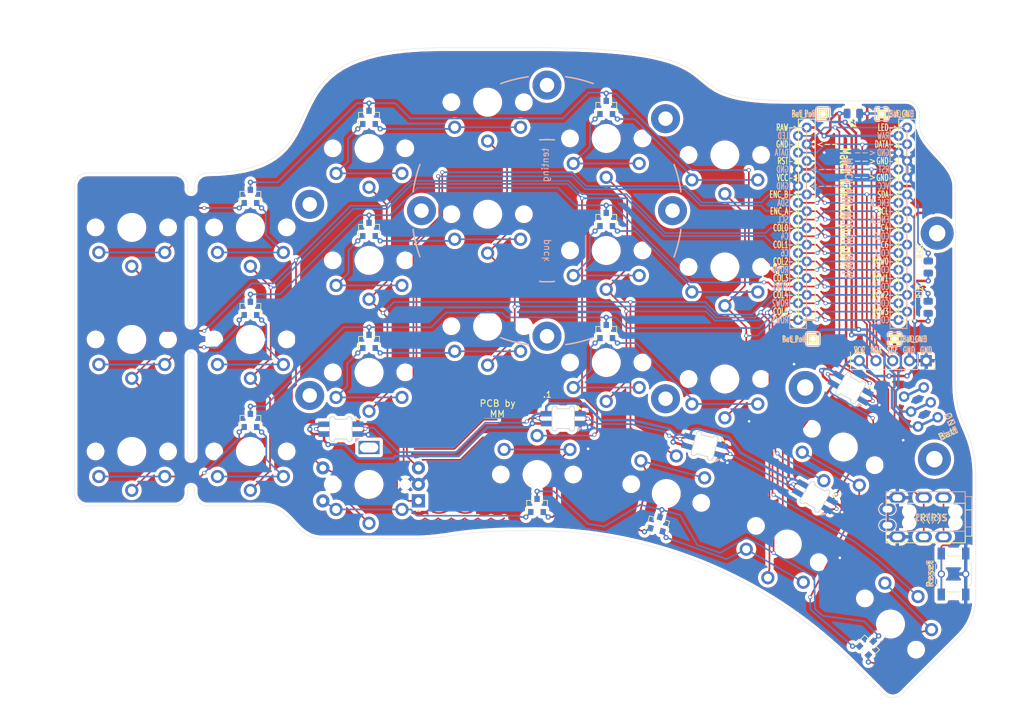
<source format=kicad_pcb>
(kicad_pcb (version 20211014) (generator pcbnew)
  (title_block (title "Hillside Keyboard") (date "2021-12-26") (rev "0.1.1-alpha") (company "mmccoyd") (comment 1 "A choc-spaced split keyboard with Ferris column stagger but more thumb and pinky keys."))
  (layers (0 "F.Cu" signal) (31 "B.Cu" signal) (36 "B.SilkS" user "B.Silkscreen") (37 "F.SilkS" user "F.Silkscreen") (38 "B.Mask" user) (39 "F.Mask" user) (44 "Edge.Cuts" user))
  (net 0 "")
  (net 1 "row0")
  (net 2 "col0")
  (net 3 "row1")
  (net 4 "row2")
  (net 5 "col1")
  (net 6 "col2")
  (net 7 "col3")
  (net 8 "row3")
  (net 9 "col4")
  (net 10 "col5")
  (net 11 "GND")
  (net 12 "reset")
  (net 13 "VCC")
  (net 14 "data")
  (net 15 "LED")
  (net 16 "Net-(D1-Pad2)")
  (net 17 "Net-(D2-Pad2)")
  (net 18 "Net-(D3-Pad2)")
  (net 19 "Net-(D4-Pad2)")
  (net 20 "unconnected-(D5-Pad2)")
  (net 21 "SDA")
  (net 22 "SCL")
  (net 23 "unconnected-(J2-PadR2)")
  (net 25 "enc_a")
  (net 26 "enc_b")
  (net 27 "Net-(D7-Pad1)")
  (net 28 "Net-(D7-Pad2)")
  (net 29 "Net-(D8-Pad1)")
  (net 30 "Net-(D8-Pad2)")
  (net 31 "Net-(D9-Pad1)")
  (net 32 "Net-(D9-Pad2)")
  (net 33 "Net-(D13-Pad2)")
  (net 34 "Net-(D13-Pad1)")
  (net 35 "Net-(D11-Pad2)")
  (net 36 "Net-(D11-Pad1)")
  (net 37 "Net-(D14-Pad2)")
  (net 38 "Net-(D14-Pad1)")
  (net 39 "Net-(D10-Pad2)")
  (net 40 "Net-(D10-Pad1)")
  (net 41 "Net-(D12-Pad2)")
  (net 42 "Net-(D12-Pad1)")
  (net 43 "Net-(D15-Pad2)")
  (net 44 "Net-(D15-Pad1)")
  (net 45 "Net-(D16-Pad2)")
  (net 46 "Net-(D16-Pad1)")
  (net 47 "Net-(D17-Pad2)")
  (net 48 "Net-(D17-Pad1)")
  (net 49 "Net-(D18-Pad2)")
  (net 50 "Net-(D18-Pad1)")
  (net 51 "bat+")
  (net 52 "raw")
  (net 53 "VCC_ACC")
  (net 54 "unconnected-(U1-Pad7)")
  (net 55 "unconnected-(U1-Pad8)")
  (footprint "hillside_basic:SK6812-MINI-E" (layer "F.Cu") (at 182.928032 115.138406 -15)
    (fp_text reference "D3")
    (fp_text value "SK6812-MINI-E" hide)
    (fp_line (start -0.9 -1.5) (end 0.9 -1.5) (layer "Edge.Cuts") (width 0.12))
    (fp_line (start 1.7 -1.5) (end 1.7 1.5) (layer "Edge.Cuts") (width 0.12))
    (fp_line (start -1.7 1.5) (end -1.7 -1.5) (layer "Edge.Cuts") (width 0.12))
    (fp_line (start 0.9 1.5) (end -0.9 1.5) (layer "Edge.Cuts") (width 0.12))
    (fp_arc (start -0.9 1.5) (mid -1.3 1.9) (end -1.7 1.5) (layer "Edge.Cuts") (width 0.12))
    (fp_arc (start -1.7 -1.5) (mid -1.3 -1.9) (end -0.9 -1.5) (layer "Edge.Cuts") (width 0.12))
    (fp_arc (start 0.9 -1.5) (mid 1.3 -1.9) (end 1.7 -1.5) (layer "Edge.Cuts") (width 0.12))
    (fp_arc (start 1.7 1.5) (mid 1.3 1.9) (end 0.9 1.5) (layer "Edge.Cuts") (width 0.12))
  )
  (footprint "hillside_basic:SK6812-MINI-E" (layer "F.Cu") (at 127.73 112.61)
    (fp_text reference "D5")
    (fp_text value "SK6812-MINI-E" hide)
    (fp_line (start -1.7 1.5) (end -1.7 -1.5) (layer "Edge.Cuts") (width 0.12))
    (fp_line (start -0.9 -1.5) (end 0.9 -1.5) (layer "Edge.Cuts") (width 0.12))
    (fp_line (start 1.7 -1.5) (end 1.7 1.5) (layer "Edge.Cuts") (width 0.12))
    (fp_line (start 0.9 1.5) (end -0.9 1.5) (layer "Edge.Cuts") (width 0.12))
    (fp_arc (start -1.7 -1.5) (mid -1.3 -1.9) (end -0.9 -1.5) (layer "Edge.Cuts") (width 0.12))
    (fp_arc (start -0.9 1.5) (mid -1.3 1.9) (end -1.7 1.5) (layer "Edge.Cuts") (width 0.12))
    (fp_arc (start 0.9 -1.5) (mid 1.3 -1.9) (end 1.7 -1.5) (layer "Edge.Cuts") (width 0.12))
    (fp_arc (start 1.7 1.5) (mid 1.3 1.9) (end 0.9 1.5) (layer "Edge.Cuts") (width 0.12))
  )
  (footprint "hillside_basic:SK6812-MINI-E" (layer "F.Cu") (at 199.667163 122.878879 -30)
    (fp_text reference "D2")
    (fp_text value "SK6812-MINI-E" hide)
    (fp_line (start -0.9 -1.5) (end 0.9 -1.5) (layer "Edge.Cuts") (width 0.12))
    (fp_line (start -1.7 1.5) (end -1.7 -1.5) (layer "Edge.Cuts") (width 0.12))
    (fp_line (start 1.7 -1.5) (end 1.7 1.5) (layer "Edge.Cuts") (width 0.12))
    (fp_line (start 0.9 1.5) (end -0.9 1.5) (layer "Edge.Cuts") (width 0.12))
    (fp_arc (start 0.9 -1.5) (mid 1.3 -1.9) (end 1.7 -1.5) (layer "Edge.Cuts") (width 0.12))
    (fp_arc (start -1.7 -1.5) (mid -1.3 -1.9) (end -0.9 -1.5) (layer "Edge.Cuts") (width 0.12))
    (fp_arc (start -0.9 1.5) (mid -1.3 1.9) (end -1.7 1.5) (layer "Edge.Cuts") (width 0.12))
    (fp_arc (start 1.7 1.5) (mid 1.3 1.9) (end 0.9 1.5) (layer "Edge.Cuts") (width 0.12))
  )
  (footprint "hillside:MJ-4PP-9" (layer "F.Cu") (at 210.48 126.86 90)
    (fp_text reference "J2")
    (fp_text value "TRRS" hide)
  )
  (footprint "hillside:ProMicro_v2" (layer "F.Cu") (at 206 81.32)
    (fp_text reference "U1" hide)
    (fp_text value "ProMicro_r" hide)
  )
  (footprint "hillside:Pimoroni_Trackball" (layer "F.Cu") (at 208 110.42 180)
    (fp_text reference "H2" hide)
    (fp_text value "Trackball")
  )
  (footprint "hillside:Tenting_Puck" (layer "F.Cu") (at 159.01 79.46)
    (fp_text reference "H1")
    (fp_text value "Mount_Tenting")
  )
  (footprint "hillside:pg1350-DR_rotary" (layer "F.Cu") (at 132 116.5 180)
    (fp_text reference "K20" hide)
    (fp_text value "SW_Rotary")
  )
  (footprint "hillside_basic:VIA-0.8mm" (layer "F.Cu") (at 196.5 102.75)
    (fp_text reference "V2" hide)
    (fp_text value "Via" hide)
  )
  (footprint "hillside_basic:SOT-23" (layer "F.Cu") (at 114 77.3 90)
    (fp_text reference "D7" hide)
    (fp_text value "BAV70" hide)
  )
  (footprint "hillside_basic:SOT-23" (layer "F.Cu") (at 114 111.3 90)
    (fp_text reference "D13" hide)
    (fp_text value "BAV70" hide)
  )
  (footprint "hillside:pg1350-R" (layer "F.Cu") (at 96 116 180)
    (fp_text reference "K13")
    (fp_text value "SW_Key" hide)
  )
  (footprint "hillside:pg1350-R" (layer "F.Cu") (at 114 116 180)
    (fp_text reference "K14")
    (fp_text value "SW_Key" hide)
  )
  (footprint "hillside_basic:SOT-23" (layer "F.Cu") (at 132 65.3 90)
    (fp_text reference "D8" hide)
    (fp_text value "BAV70" hide)
  )
  (footprint "hillside_basic:SOT-23" (layer "F.Cu") (at 114 94.3 90)
    (fp_text reference "D10" hide)
    (fp_text value "BAV70" hide)
  )
  (footprint "hillside:pg1350-R" (layer "F.Cu") (at 96 82 180)
    (fp_text reference "K1")
    (fp_text value "SW_Key" hide)
  )
  (footprint "hillside:pg1350-R" (layer "F.Cu") (at 132 70 180)
    (fp_text reference "K3")
    (fp_text value "SW_Key" hide)
  )
  (footprint "hillside:pg1350-R" (layer "F.Cu") (at 150 63 180)
    (fp_text reference "K4")
    (fp_text value "SW_Key" hide)
  )
  (footprint "hillside:pg1350-R" (layer "F.Cu") (at 114 99 180)
    (fp_text reference "K8")
    (fp_text value "SW_Key" hide)
  )
  (footprint "hillside_basic:SOT-23" (layer "F.Cu") (at 132 82.3 90)
    (fp_text reference "D11" hide)
    (fp_text value "BAV70" hide)
  )
  (footprint "hillside:pg1350-R" (layer "F.Cu") (at 132 87 180)
    (fp_text reference "K9")
    (fp_text value "SW_Key" hide)
  )
  (footprint "hillside:pg1350-R" (layer "F.Cu") (at 150 80 180)
    (fp_text reference "K10")
    (fp_text value "SW_Key" hide)
  )
  (footprint "hillside:pg1350-R" (layer "F.Cu") (at 132 104 180)
    (fp_text reference "K15")
    (fp_text value "SW_Key" hide)
  )
  (footprint "hillside:pg1350-R" (layer "F.Cu") (at 150 97 180)
    (fp_text reference "K16")
    (fp_text value "SW_Key" hide)
  )
  (footprint "hillside_basic:SOT-23" (layer "F.Cu") (at 132 99.3 90)
    (fp_text reference "D14" hide)
    (fp_text value "BAV70" hide)
  )
  (footprint "hillside_basic:SOT-23" (layer "F.Cu") (at 168 63.8 90)
    (fp_text reference "D9" hide)
    (fp_text value "BAV70" hide)
  )
  (footprint "hillside_basic:SOT-23" (layer "F.Cu") (at 168 80.8 90)
    (fp_text reference "D12" hide)
    (fp_text value "BAV70" hide)
  )
  (footprint "hillside_basic:SOT-23" (layer "F.Cu") (at 168 97.8 90)
    (fp_text reference "D15" hide)
    (fp_text value "BAV70" hide)
  )
  (footprint "hillside:pg1350-R" (layer "F.Cu") (at 168 68.5 180)
    (fp_text reference "K5")
    (fp_text value "SW_Key" hide)
  )
  (footprint "hillside:pg1350-R" (layer "F.Cu") (at 186 71 180)
    (fp_text reference "K6")
    (fp_text value "SW_Key" hide)
  )
  (footprint "hillside:pg1350-R" (layer "F.Cu") (at 168 85.5 180)
    (fp_text reference "K11")
    (fp_text value "SW_Key" hide)
  )
  (footprint "hillside:pg1350-R" (layer "F.Cu") (at 186 88 180)
    (fp_text reference "K12")
    (fp_text value "SW_Key" hide)
  )
  (footprint "hillside:pg1350-R" (layer "F.Cu") (at 168 102.5 180)
    (fp_text reference "K17")
    (fp_text value "SW_Key" hide)
  )
  (footprint "hillside:pg1350-R" (layer "F.Cu") (at 186 105 180)
    (fp_text reference "K18")
    (fp_text value "SW_Key" hide)
  )
  (footprint "hillside:pg1350-R" (layer "F.Cu") (at 157.5 119.5)
    (fp_text reference "K21")
    (fp_text value "SW_Key" hide)
  )
  (footprint "hillside:pg1350-R" (layer "F.Cu") (at 114 82 180)
    (fp_text reference "K2")
    (fp_text value "SW_Key" hide)
  )
  (footprint "hillside_basic:SOT-23" (layer "F.Cu") (at 175.893551 126.926517 75)
    (fp_text reference "D17" hide)
    (fp_text value "BAV70" hide)
  )
  (footprint "hillside:pg1350-R" (layer "F.Cu") (at 177.110001 122.386666 -15)
    (fp_text reference "K22")
    (fp_text value "SW_Key" hide)
  )
  (footprint "hillside:pg1350-R" (layer "F.Cu") (at 195.478277 130.04992 150)
    (fp_text reference "K23")
    (fp_text value "SW_Key" hide)
  )
  (footprint "hillside_basic:SOT-23" (layer "F.Cu") (at 207.816946 145.51465 45)
    (fp_text reference "D18" hide)
    (fp_text value "BAV70" hide)
  )
  (footprint "hillside_basic:SOT-23" (layer "F.Cu") (at 157.5 124.2 90)
    (fp_text reference "D16" hide)
    (fp_text value "BAV70" hide)
  )
  (footprint "hillside:pg1350-R" (layer "F.Cu") (at 203.978277 115.327488 150)
    (fp_text reference "K19")
    (fp_text value "SW_Key" hide)
  )
  (footprint "hillside:pg1350-R" (layer "F.Cu") (at 211.140348 142.191248 -45)
    (fp_text reference "K24")
    (fp_text value "SW_Key" hide)
  )
  (footprint "hillside_basic:SK6812-MINI-E" (layer "F.Cu") (at 161.468488 111.015922)
    (fp_text reference "D4")
    (fp_text value "SK6812-MINI-E" hide)
    (fp_line (start 1.7 -1.5) (end 1.7 1.5) (layer "Edge.Cuts") (width 0.12))
    (fp_line (start 0.9 1.5) (end -0.9 1.5) (layer "Edge.Cuts") (width 0.12))
    (fp_line (start -0.9 -1.5) (end 0.9 -1.5) (layer "Edge.Cuts") (width 0.12))
    (fp_line (start -1.7 1.5) (end -1.7 -1.5) (layer "Edge.Cuts") (width 0.12))
    (fp_arc (start 0.9 -1.5) (mid 1.3 -1.9) (end 1.7 -1.5) (layer "Edge.Cuts") (width 0.12))
    (fp_arc (start -0.9 1.5) (mid -1.3 1.9) (end -1.7 1.5) (layer "Edge.Cuts") (width 0.12))
    (fp_arc (start 1.7 1.5) (mid 1.3 1.9) (end 0.9 1.5) (layer "Edge.Cuts") (width 0.12))
    (fp_arc (start -1.7 -1.5) (mid -1.3 -1.9) (end -0.9 -1.5) (layer "Edge.Cuts") (width 0.12))
  )
  (footprint "hillside_basic:SK6812-MINI-E" (layer "F.Cu") (at 205.101456 106.392398 -30)
    (fp_text reference "D1")
    (fp_text value "SK6812-MINI-E" hide)
    (fp_line (start 1.7 -1.5) (end 1.7 1.5) (layer "Edge.Cuts") (width 0.12))
    (fp_line (start -0.9 -1.5) (end 0.9 -1.5) (layer "Edge.Cuts") (width 0.12))
    (fp_line (start 0.9 1.5) (end -0.9 1.5) (layer "Edge.Cuts") (width 0.12))
    (fp_line (start -1.7 1.5) (end -1.7 -1.5) (layer "Edge.Cuts") (width 0.12))
    (fp_arc (start -0.9 1.5) (mid -1.3 1.9) (end -1.7 1.5) (layer "Edge.Cuts") (width 0.12))
    (fp_arc (start -1.7 -1.5) (mid -1.3 -1.9) (end -0.9 -1.5) (layer "Edge.Cuts") (width 0.12))
    (fp_arc (start 0.9 -1.5) (mid 1.3 -1.9) (end 1.7 -1.5) (layer "Edge.Cuts") (width 0.12))
    (fp_arc (start 1.7 1.5) (mid 1.3 1.9) (end 0.9 1.5) (layer "Edge.Cuts") (width 0.12))
  )
  (footprint "hillside_basic:1pin_conn" (layer "F.Cu") (at 209.8 64.79)
    (fp_text reference "J4")
    (fp_text value "Bat_GND")
  )
  (footprint "Jumper:SolderJumper-2_P1.3mm_Bridged_RoundedPad1.0x1.5mm" (layer "F.Cu") (at 218.23 77.78 -90)
    (fp_text reference "JP1")
    (fp_text value "VccJumper")
  )
  (footprint "hillside_basic:R_0805_2012Metric" (layer "F.Cu") (at 216.87 88.02 90)
    (fp_text reference "R2")
    (fp_text value "R:I2C")
  )
  (footprint "hillside:Pimoroni_Haptic" (layer "F.Cu") (at 211.47 91.1275)
    (fp_text reference "J1" hide)
    (fp_text value "Haptic" hide)
  )
  (footprint "hillside_basic:VIA-0.8mm" (layer "F.Cu") (at 213.07 114.29 90)
    (fp_text reference "V3" hide)
    (fp_text value "Via" hide)
  )
  (footprint "hillside_basic:VIA-0.8mm" (layer "F.Cu") (at 203.45 132.15)
    (fp_text reference "V4" hide)
    (fp_text value "Via" hide)
  )
  (footprint "hillside_basic:VIA-0.8mm" (layer "F.Cu") (at 165.25 115.6)
    (fp_text reference "V5" hide)
    (fp_text value "Via" hide)
  )
  (footprint "hillside_basic:C_0805_2012Metric" (layer "F.Cu") (at 205.5 64.72)
    (fp_text reference "C1")
    (fp_text value "4u7")
  )
  (footprint "hillside_basic:SW_SPST_SKQG_WithStem" (layer "F.Cu") (at 220.7 134.6 90)
    (fp_text reference "SW1")
    (fp_text value "Reset")
  )
  (footprint "hillside:pg1350-R" (layer "F.Cu") (at 96 99 180)
    (fp_text reference "K7")
    (fp_text value "SW_Key" hide)
  )
  (footprint "hillside_basic:SW_SPDT_JS202011AQN" (layer "F.Cu") (at 215.75 109.25 -65)
    (fp_text reference "SW2")
    (fp_text value "SW_Power" hide)
  )
  (footprint "hillside:Hillside_Logo" (layer "F.Cu") (at 145.11 118.87)
    (fp_text reference "H3")
    (fp_text value "Logo")
  )
  (footprint "MountingHole:MountingHole_2.2mm_M2_Pad" (layer "F.Cu") (at 123 78.5)
    (fp_text reference "H4")
    (fp_text value "MountHole")
  )
  (footprint "MountingHole:MountingHole_2.2mm_M2_Pad" (layer "F.Cu") (at 123 107.5)
    (fp_text reference "H5")
    (fp_text value "MountHole")
  )
  (footprint "MountingHole:MountingHole_2.2mm_M2_Pad" (layer "F.Cu") (at 177 108)
    (fp_text reference "H6")
    (fp_text value "MountHole")
  )
  (footprint "MountingHole:MountingHole_2.2mm_M2_Pad" (layer "F.Cu") (at 177 65.5)
    (fp_text reference "H7")
    (fp_text value "MountHole")
  )
  (footprint "hillside_basic:R_0805_2012Metric" (layer "F.Cu") (at 216.845 94.12 90)
    (fp_text reference "R1")
    (fp_text value "R:I2C")
  )
  (footprint "hillside_basic:1pin_conn" (layer "F.Cu") (at 200.9 64.79)
    (fp_text reference "J3")
    (fp_text value "Bat_Pos")
  )
  (footprint "hillside_basic:1pin_conn" (layer "F.Cu") (at 199.35 98.92)
    (fp_text reference "J5")
    (fp_text value "Bat_Pos")
  )
  (footprint "hillside_basic:1pin_conn" (layer "F.Cu") (at 211.76 98.92 180)
    (fp_text reference "J6")
    (fp_text value "Bat_GND")
  )
  (footprint "hillside_basic:VIA-0.8mm" (layer "F.Cu") (at 189.68 111.43)
    (fp_text reference "V1" hide)
    (fp_text value "Via" hide)
  )
  (gr_line (start 157.75 54.75) (end 143.01 54.75) (layer "Edge.Cuts") (width 0.05))
  (gr_line (start 221.696144 144.003533) (end 212.945238 152.757324) (layer "Edge.Cuts") (width 0.05))
  (gr_arc (start 212.945238 152.757324) (mid 211.529771 153.363508) (end 210.1 152.79188) (layer "Edge.Cuts") (width 0.05))
  (gr_line (start 205.35 148.04188) (end 210.1 152.79188) (layer "Edge.Cuts") (width 0.05))
  (gr_line (start 87.25 75.75) (end 87.25 122.25) (layer "Edge.Cuts") (width 0.05))
  (gr_line (start 104.5 76.25) (end 104.5 75.75) (layer "Edge.Cuts") (width 0.05))
  (gr_arc (start 213.5 62.75) (mid 214.914214 63.335786) (end 215.5 64.75) (layer "Edge.Cuts") (width 0.05))
  (gr_arc (start 157 128) (mid 183.169636 133.208983) (end 205.35 148.04188) (layer "Edge.Cuts") (width 0.05))
  (gr_line (start 224.075326 138.290747) (end 224.075326 119.966984) (layer "Edge.Cuts") (width 0.05))
  (gr_arc (start 104.5 122.25) (mid 103.914214 123.664214) (end 102.5 124.25) (layer "Edge.Cuts") (width 0.05))
  (gr_line (start 125 129.25) (end 138.53 129.25) (layer "Edge.Cuts") (width 0.05))
  (gr_arc (start 104.5 101.5) (mid 105 101) (end 105.5 101.5) (layer "Edge.Cuts") (width 0.05))
  (gr_line (start 105.5 101.5) (end 105.5 116.75) (layer "Edge.Cuts") (width 0.05))
  (gr_arc (start 224.075326 138.290747) (mid 223.453907 141.383764) (end 221.696144 144.003533) (layer "Edge.Cuts") (width 0.05))
  (gr_line (start 221 105.51) (end 221 75.795534) (layer "Edge.Cuts") (width 0.05))
  (gr_line (start 104.5 96.5) (end 104.5 81.25) (layer "Edge.Cuts") (width 0.05))
  (gr_curve (pts (xy 195.5 62.75) (xy 175 62.75) (xy 192 54.75) (xy 157.75 54.75)) (layer "Edge.Cuts") (width 0.05))
  (gr_curve (pts (xy 143.01 54.75) (xy 112.5 54.75) (xy 130.5 73.5) (xy 107.5 73.75)) (layer "Edge.Cuts") (width 0.05))
  (gr_line (start 105.5 81.25) (end 105.5 96.5) (layer "Edge.Cuts") (width 0.05))
  (gr_line (start 102.5 73.75) (end 89.25 73.75) (layer "Edge.Cuts") (width 0.05))
  (gr_arc (start 104.5 121.75) (mid 105 121.25) (end 105.5 121.75) (layer "Edge.Cuts") (width 0.05))
  (gr_curve (pts (xy 221 75.795534) (xy 221 72.05) (xy 215.5 69.88) (xy 215.5 66.16)) (layer "Edge.Cuts") (width 0.05))
  (gr_arc (start 104.5 81.25) (mid 105 80.75) (end 105.5 81.25) (layer "Edge.Cuts") (width 0.05))
  (gr_arc (start 105.5 76.25) (mid 105 76.75) (end 104.5 76.25) (layer "Edge.Cuts") (width 0.05))
  (gr_line (start 104.5 122.25) (end 104.5 121.75) (layer "Edge.Cuts") (width 0.05))
  (gr_line (start 102.5 124.25) (end 89.25 124.25) (layer "Edge.Cuts") (width 0.05))
  (gr_arc (start 89.25 124.25) (mid 87.835786 123.664214) (end 87.25 122.25) (layer "Edge.Cuts") (width 0.05))
  (gr_line (start 215.5 64.75) (end 215.5 66.16) (layer "Edge.Cuts") (width 0.05))
  (gr_curve (pts (xy 125 129.25) (xy 120.42 129.25) (xy 120.42 124.25) (xy 115.86 124.25)) (layer "Edge.Cuts") (width 0.05))
  (gr_curve (pts (xy 224.075326 119.966984) (xy 224.075326 112.5) (xy 221 112.5) (xy 221 105.51)) (layer "Edge.Cuts") (width 0.05))
  (gr_arc (start 102.5 73.75) (mid 103.914214 74.335786) (end 104.5 75.75) (layer "Edge.Cuts") (width 0.05))
  (gr_line (start 104.5 116.75) (end 104.5 101.5) (layer "Edge.Cuts") (width 0.05))
  (gr_arc (start 105.5 75.75) (mid 106.085786 74.335786) (end 107.5 73.75) (layer "Edge.Cuts") (width 0.05))
  (gr_line (start 115.86 124.25) (end 107.5 124.25) (layer "Edge.Cuts") (width 0.05))
  (gr_line (start 105.5 121.75) (end 105.5 122.25) (layer "Edge.Cuts") (width 0.05))
  (gr_line (start 105.5 76.25) (end 105.5 75.75) (layer "Edge.Cuts") (width 0.05))
  (gr_curve (pts (xy 157 128) (xy 144.5 128) (xy 144.58 129.25) (xy 138.53 129.25)) (layer "Edge.Cuts") (width 0.05))
  (gr_line (start 213.5 62.75) (end 195.5 62.75) (layer "Edge.Cuts") (width 0.05))
  (gr_arc (start 105.5 96.5) (mid 105 97) (end 104.5 96.5) (layer "Edge.Cuts") (width 0.05))
  (gr_arc (start 105.5 116.75) (mid 105 117.25) (end 104.5 116.75) (layer "Edge.Cuts") (width 0.05))
  (gr_arc (start 107.5 124.25) (mid 106.085786 123.664214) (end 105.5 122.25) (layer "Edge.Cuts") (width 0.05))
  (gr_arc (start 87.25 75.75) (mid 87.835786 74.335786) (end 89.25 73.75) (layer "Edge.Cuts") (width 0.05))
  (gr_text "Hillside 0.1" (at 150.56 106.9) (layer "F.Cu") (effects (font (size 1.8 1.8) (thickness 0.27))))
  (gr_text ".1" (at 158.31 107.37) (layer "F.SilkS") (effects (font (size 0.9 0.9) (thickness 0.153)) (justify left)))
  (gr_text "PCB by\n  MM" (at 148.7 109.51) (layer "F.SilkS") (effects (font (size 1 1) (thickness 0.153)) (justify left)))
  (segment (start 189.639998 73.299998) (end 189.639998 84.239998) (width 0.254) (layer "F.Cu") (net 1))
  (segment (start 193.832 88.432) (end 197.11 88.432) (width 0.254) (layer "F.Cu") (net 1))
  (segment (start 197.11 88.432) (end 200.002 88.432) (width 0.254) (layer "F.Cu") (net 1))
  (segment (start 189.639998 84.239998) (end 193.832 88.432) (width 0.254) (layer "F.Cu") (net 1))
  (via (at 189.639998 73.299998) (size 0.6) (drill 0.4) (layers "F.Cu" "B.Cu") (net 1))
  (via (at 200.002 88.432) (size 0.6) (drill 0.4) (layers "F.Cu" "B.Cu") (net 1))
  (segment (start 213.6564 87.162) (end 201.272 87.162) (width 0.254) (layer "B.Cu") (net 1))
  (segment (start 130.16 63.15) (end 118.16 75.15) (width 0.254) (layer "B.Cu") (net 1))
  (segment (start 138.282999 65.472999) (end 135.96 63.15) (width 0.254) (layer "B.Cu") (net 1))
  (segment (start 165.32 61.55) (end 161.397001 65.472999) (width 0.254) (layer "B.Cu") (net 1))
  (segment (start 189.639996 73.3) (end 181.02 73.3) (width 0.254) (layer "B.Cu") (net 1))
  (segment (start 169.37 61.65) (end 168 61.65) (width 0.254) (layer "B.Cu") (net 1))
  (segment (start 161.397001 65.472999) (end 138.282999 65.472999) (width 0.254) (layer "B.Cu") (net 1))
  (segment (start 201.272 87.162) (end 200.002 88.432) (width 0.254) (layer "B.Cu") (net 1))
  (segment (start 189.639998 73.299998) (end 189.639996 73.3) (width 0.254) (layer "B.Cu") (net 1))
  (segment (start 118.16 75.15) (end 114 75.15) (width 0.254) (layer "B.Cu") (net 1))
  (segment (start 168 61.65) (end 167.9 61.55) (width 0.254) (layer "B.Cu") (net 1))
  (segment (start 181.02 73.3) (end 169.37 61.65) (width 0.254) (layer "B.Cu") (net 1))
  (segment (start 135.96 63.15) (end 132 63.15) (width 0.254) (layer "B.Cu") (net 1))
  (segment (start 167.9 61.55) (end 165.32 61.55) (width 0.254) (layer "B.Cu") (net 1))
  (segment (start 132 63.15) (end 130.16 63.15) (width 0.254) (layer "B.Cu") (net 1))
  (segment (start 132 126.9) (end 129.25 124.15) (width 0.254) (layer "F.Cu") (net 2))
  (segment (start 106.8 97.7) (end 107 97.7) (width 0.254) (layer "F.Cu") (net 2))
  (segment (start 99.3 91.2) (end 96 87.9) (width 0.254) (layer "F.Cu") (net 2))
  (segment (start 99.3 97.5) (end 99.3 91.2) (width 0.254) (layer "F.Cu") (net 2))
  (segment (start 129.25 121.75) (end 126.75 119.25) (width 0.254) (layer "F.Cu") (net 2))
  (segment (start 99.21 108.11) (end 96 104.9) (width 0.254) (layer "F.Cu") (net 2))
  (segment (start 120.92 105.9) (end 120.3 106.52) (width 0.254) (layer "F.Cu") (net 2))
  (segment (start 96 121.9) (end 99.21 118.69) (width 0.254) (layer "F.Cu") (net 2))
  (segment (start 99.5 97.7) (end 106.8 97.7) (width 0.254) (layer "F.Cu") (net 2))
  (segment (start 120.3 113.8) (end 125 118.5) (width 0.254) (layer "F.Cu") (net 2))
  (segment (start 99.21 118.69) (end 99.21 108.11) (width 0.254) (layer "F.Cu") (net 2))
  (segment (start 198.4364 82.082) (end 199.972 82.082) (width 0.254) (layer "F.Cu") (net 2))
  (segment (start 99.3 97.5) (end 99.5 97.7) (width 0.254) (layer "F.Cu") (net 2))
  (segment (start 96 104.9) (end 99.3 101.6) (width 0.254) (layer "F.Cu") (net 2))
  (segment (start 199.972 82.082) (end 201.24 83.35) (width 0.254) (layer "F.Cu") (net 2))
  (segment (start 126.75 119.25) (end 125 118.5) (width 0.254) (layer "F.Cu") (net 2))
  (segment (start 99.3 101.6) (end 99.3 97.5) (width 0.254) (layer "F.Cu") (net 2))
  (segment (start 129.25 124.15) (end 129.25 121.75) (width 0.254) (layer "F.Cu") (net 2))
  (segment (start 120.3 106.52) (end 120.3 113.8) (width 0.254) (layer "F.Cu") (net 2))
  (segment (start 120.92 86.99) (end 120.92 105.9) (width 0.254) (layer "F.Cu") (net 2))
  (via (at 120.92 86.99) (size 0.6) (drill 0.4) (layers "F.Cu" "B.Cu") (net 2))
  (via (at 107 97.7) (size 0.6) (drill 0.4) (layers "F.Cu" "B.Cu") (net 2))
  (via (at 201.24 83.35) (size 0.6) (drill 0.4) (layers "F.Cu" "B.Cu") (net 2))
  (segment (start 134.57 78.72) (end 138.35 74.94) (width 0.254) (layer "B.Cu") (net 2))
  (segment (start 176.957854 82.85648) (end 192.19352 82.85648) (width 0.254) (layer "B.Cu") (net 2))
  (segment (start 201.242 83.352) (end 201.24 83.35) (width 0.254) (layer "B.Cu") (net 2))
  (segment (start 129.21 78.72) (end 134.57 78.72) (width 0.254) (layer "B.Cu") (net 2))
  (segment (start 138.35 74.94) (end 162.31 74.94) (width 0.254) (layer "B.Cu") (net 2))
  (segment (start 192.968 82.082) (end 198.4364 82.082) (width 0.254) (layer "B.Cu") (net 2))
  (segment (start 117.42 90.5) (end 114.2 90.5) (width 0.254) (layer "B.Cu") (net 2))
  (segment (start 171.051374 76.95) (end 176.957854 82.85648) (width 0.254) (layer "B.Cu") (net 2))
  (segment (start 120.92 86.99) (end 120.94 86.99) (width 0.254) (layer "B.Cu") (net 2))
  (segment (start 212.35 83.352) (end 201.242 83.352) (width 0.254) (layer "B.Cu") (net 2))
  (segment (start 120.92 87) (end 117.42 90.5) (width 0.254) (layer "B.Cu") (net 2))
  (segment (start 120.94 86.99) (end 129.21 78.72) (width 0.254) (layer "B.Cu") (net 2))
  (segment (start 120.92 86.99) (end 120.92 87) (width 0.254) (layer "B.Cu") (net 2))
  (segment (start 162.31 74.94) (end 164.32 76.95) (width 0.254) (layer "B.Cu") (net 2))
  (segment (start 192.19352 82.85648) (end 192.968 82.082) (width 0.254) (layer "B.Cu") (net 2))
  (segment (start 164.32 76.95) (end 171.051374 76.95) (width 0.254) (layer "B.Cu") (net 2))
  (segment (start 114.2 90.5) (end 107 97.7) (width 0.254) (layer "B.Cu") (net 2))
  (segment (start 191.92 90.34) (end 192.59 90.34) (width 0.254) (layer "F.Cu") (net 3))
  (segment (start 199.982002 90.972) (end 200.000002 90.99) (width 0.254) (layer "F.Cu") (net 3))
  (segment (start 197.11 90.972) (end 199.982002 90.972) (width 0.254) (layer "F.Cu") (net 3))
  (segment (start 193.222 90.972) (end 197.11 90.972) (width 0.254) (layer "F.Cu") (net 3))
  (segment (start 192.59 90.34) (end 193.222 90.972) (width 0.254) (layer "F.Cu") (net 3))
  (via (at 191.92 90.34) (size 0.6) (drill 0.4) (layers "F.Cu" "B.Cu") (net 3))
  (via (at 200.000002 90.99) (size 0.6) (drill 0.4) (layers "F.Cu" "B.Cu") (net 3))
  (segment (start 213.6564 89.702) (end 201.288002 89.702) (width 0.254) (layer "B.Cu") (net 3))
  (segment (start 118.48 92.15) (end 114 92.15) (width 0.254) (layer "B.Cu") (net 3))
  (segment (start 168 78.65) (end 167.99 78.64) (width 0.254) (layer "B.Cu") (net 3))
  (segment (start 167.99 78.64) (end 163.353796 78.64) (width 0.254) (layer "B.Cu") (net 3))
  (segment (start 132 80.15) (end 130.48 80.15) (width 0.254) (layer "B.Cu") (net 3))
  (segment (start 201.288002 89.702) (end 200.000002 90.99) (width 0.254) (layer "B.Cu") (net 3))
  (segment (start 163.353796 78.64) (end 160.713796 76) (width 0.254) (layer "B.Cu") (net 3))
  (segment (start 169.1 78.65) (end 168 78.65) (width 0.254) (layer "B.Cu") (net 3))
  (segment (start 180.79 90.34) (end 169.1 78.65) (width 0.254) (layer "B.Cu") (net 3))
  (segment (start 135.17 80.15) (end 132 80.15) (width 0.254) (layer "B.Cu") (net 3))
  (segment (start 130.48 80.15) (end 118.48 92.15) (width 0.254) (layer "B.Cu") (net 3))
  (segment (start 139.32 76) (end 135.17 80.15) (width 0.254) (layer "B.Cu") (net 3))
  (segment (start 191.92 90.34) (end 180.79 90.34) (width 0.254) (layer "B.Cu") (net 3))
  (segment (start 160.713796 76) (end 139.32 76) (width 0.254) (layer "B.Cu") (net 3))
  (segment (start 197.11 93.512) (end 199.988 93.512) (width 0.254) (layer "F.Cu") (net 4))
  (segment (start 199.988 93.512) (end 200.01 93.49) (width 0.254) (layer "F.Cu") (net 4))
  (via (at 200.01 93.49) (size 0.6) (drill 0.4) (layers "F.Cu" "B.Cu") (net 4))
  (segment (start 213.6564 92.242) (end 201.258 92.242) (width 0.254) (layer "B.Cu") (net 4))
  (segment (start 168 95.65) (end 168.01 95.66) (width 0.254) (layer "B.Cu") (net 4))
  (segment (start 132 97.15) (end 141.46 97.15) (width 0.254) (layer "B.Cu") (net 4))
  (segment (start 152.173479 94.923479) (end 152.9 95.65) (width 0.254) (layer "B.Cu") (net 4))
  (segment (start 152.9 95.65) (end 168 95.65) (width 0.254) (layer "B.Cu") (net 4))
  (segment (start 169.43 95.66) (end 171.04 97.27) (width 0.254) (layer "B.Cu") (net 4))
  (segment (start 201.258 92.242) (end 200.01 93.49) (width 0.254) (layer "B.Cu") (net 4))
  (segment (start 143.686521 94.923479) (end 152.173479 94.923479) (width 0.254) (layer "B.Cu") (net 4))
  (segment (start 168.01 95.66) (end 169.43 95.66) (width 0.254) (layer "B.Cu") (net 4))
  (segment (start 128.18 97.15) (end 132 97.15) (width 0.254) (layer "B.Cu") (net 4))
  (segment (start 191.21 97.27) (end 194.968 93.512) (width 0.254) (layer "B.Cu") (net 4))
  (segment (start 114 109.15) (end 116.18 109.15) (width 0.254) (layer "B.Cu") (net 4))
  (segment (start 141.46 97.15) (end 143.686521 94.923479) (width 0.254) (layer "B.Cu") (net 4))
  (segment (start 194.968 93.512) (end 197.11 93.512) (width 0.254) (layer "B.Cu") (net 4))
  (segment (start 116.18 109.15) (end 128.18 97.15) (width 0.254) (layer "B.Cu") (net 4))
  (segment (start 171.04 97.27) (end 191.21 97.27) (width 0.254) (layer "B.Cu") (net 4))
  (segment (start 117.08 101.82) (end 114 104.9) (width 0.254) (layer "F.Cu") (net 5))
  (segment (start 117.08 92.99) (end 117.08 91.05) (width 0.254) (layer "F.Cu") (net 5))
  (segment (start 164.326511 107.516511) (end 166.61 109.8) (width 0.254) (layer "F.Cu") (net 5))
  (segment (start 116.98 118.92) (end 116.98 107.88) (width 0.254) (layer "F.Cu") (net 5))
  (segment (start 166.61 109.8) (end 166.61 113.05) (width 0.254) (layer "F.Cu") (net 5))
  (segment (start 117.08 93.01) (end 117.08 101.82) (width 0.254) (layer "F.Cu") (net 5))
  (segment (start 199.901998 84.622) (end 201.17 85.890002) (width 0.254) (layer "F.Cu") (net 5))
  (segment (start 114 121.9) (end 116.98 118.92) (width 0.254) (layer "F.Cu") (net 5))
  (segment (start 117.08 91.05) (end 114.02 87.99) (width 0.254) (layer "F.Cu") (net 5))
  (segment (start 166.61 113.05) (end 166.2 113.46) (width 0.254) (layer "F.Cu") (net 5))
  (segment (start 117.07 93) (end 117.08 93.01) (width 0.254) (layer "F.Cu") (net 5))
  (segment (start 116.98 107.88) (end 114 104.9) (width 0.254) (layer "F.Cu") (net 5))
  (segment (start 117.07 93) (end 117.08 92.99) (width 0.254) (layer "F.Cu") (net 5))
  (segment (start 164.326511 88.75054) (end 164.326511 107.516511) (width 0.254) (layer "F.Cu") (net 5))
  (segment (start 198.4364 84.622) (end 199.901998 84.622) (width 0.254) (layer "F.Cu") (net 5))
  (segment (start 164.32 77.5765) (end 164.32 88.744029) (width 0.254) (layer "F.Cu") (net 5))
  (segment (start 164.32 88.744029) (end 164.326511 88.75054) (width 0.254) (layer "F.Cu") (net 5))
  (via (at 201.17 85.890002) (size 0.6) (drill 0.4) (layers "F.Cu" "B.Cu") (net 5))
  (via (at 117.08 91.1265) (size 0.6) (drill 0.4) (layers "F.Cu" "B.Cu") (net 5))
  (via (at 164.32 77.5765) (size 0.6) (drill 0.4) (layers "F.Cu" "B.Cu") (net 5))
  (via (at 166.2 113.46) (size 0.6) (drill 0.4) (layers "F.Cu" "B.Cu") (net 5))
  (segment (start 166.06 113.6) (end 166.2 113.46) (width 0.254) (layer "B.Cu") (net 5))
  (segment (start 157.5 113.6) (end 166.06 113.6) (width 0.254) (layer "B.Cu") (net 5))
  (segment (start 129.62648 79.17352) (end 134.757854 79.17352) (width 0.254) (layer "B.Cu") (net 5))
  (segment (start 164.308626 77.58) (end 171.04 77.58) (width 0.254) (layer "B.Cu") (net 5))
  (segment (start 192.03 83.31) (end 193.342 84.622) (width 0.254) (layer "B.Cu") (net 5))
  (segment (start 212.35 85.892) (end 201.171998 85.892) (width 0.254) (layer "B.Cu") (net 5))
  (segment (start 117.6735 91.1265) (end 129.62648 79.17352) (width 0.254) (layer "B.Cu") (net 5))
  (segment (start 176.77 83.31) (end 192.03 83.31) (width 0.254) (layer "B.Cu") (net 5))
  (segment (start 134.757854 79.17352) (end 138.537854 75.39352) (width 0.254) (layer "B.Cu") (net 5))
  (segment (start 138.537854 75.39352) (end 162.122146 75.39352) (width 0.254) (layer "B.Cu") (net 5))
  (segment (start 201.171998 85.892) (end 201.17 85.890002) (width 0.254) (layer "B.Cu") (net 5))
  (segment (start 193.342 84.622) (end 198.4364 84.622) (width 0.254) (layer "B.Cu") (net 5))
  (segment (start 117.08 91.1265) (end 117.6735 91.1265) (width 0.254) (layer "B.Cu") (net 5))
  (segment (start 162.122146 75.39352) (end 164.308626 77.58) (width 0.254) (layer "B.Cu") (net 5))
  (segment (start 171.04 77.58) (end 176.77 83.31) (width 0.254) (layer "B.Cu") (net 5))
  (segment (start 132 109.9) (end 134.79 107.11) (width 0.254) (layer "F.Cu") (net 6))
  (segment (start 171.673489 93.323489) (end 171.673489 112.423489) (width 0.254) (layer "F.Cu") (net 6))
  (segment (start 134.79 95.69) (end 132 92.9) (width 0.254) (layer "F.Cu") (net 6))
  (segment (start 134.79 107.11) (end 134.79 95.69) (width 0.254) (layer "F.Cu") (net 6))
  (segment (start 134.7 78.6) (end 132 75.9) (width 0.254) (layer "F.Cu") (net 6))
  (segment (start 171.673489 112.423489) (end 171.72 112.47) (width 0.254) (layer "F.Cu") (net 6))
  (segment (start 198.4364 87.162) (end 199.892 87.162) (width 0.254) (layer "F.Cu") (net 6))
  (segment (start 199.892 87.162) (end 201.16 88.43) (width 0.254) (layer "F.Cu") (net 6))
  (segment (start 171.67 93.32) (end 171.673489 93.323489) (width 0.254) (layer "F.Cu") (net 6))
  (segment (start 132 92.9) (end 134.7 90.2) (width 0.254) (layer "F.Cu") (net 6))
  (segment (start 134.7 90.2) (end 134.7 78.6) (width 0.254) (layer "F.Cu") (net 6))
  (segment (start 171.72 112.47) (end 178.637033 116.687704) (width 0.254) (layer "F.Cu") (net 6))
  (via (at 171.67 93.32) (size 0.6) (drill 0.4) (layers "F.Cu" "B.Cu") (net 6))
  (via (at 201.16 88.43) (size 0.6) (drill 0.4) (layers "F.Cu" "B.Cu") (net 6))
  (via (at 134.1 95) (size 0.6) (drill 0.4) (layers "F.Cu" "B.Cu") (net 6))
  (segment (start 201.162 88.432) (end 201.16 88.43) (width 0.254) (layer "B.Cu") (net 6))
  (segment (start 193.6 88.3) (end 194.738 87.162) (width 0.254) (layer "B.Cu") (net 6))
  (segment (start 184.889259 95.226511) (end 190.114863 95.226511) (width 0.254) (layer "B.Cu") (net 6))
  (segment (start 212.35 88.432) (end 201.162 88.432) (width 0.254) (layer "B.Cu") (net 6))
  (segment (start 194.738 87.162) (end 198.4364 87.162) (width 0.254) (layer "B.Cu") (net 6))
  (segment (start 182.982748 93.32) (end 184.889259 95.226511) (width 0.254) (layer "B.Cu") (net 6))
  (segment (start 193.6 91.741374) (end 193.6 88.3) (width 0.254) (layer "B.Cu") (net 6))
  (segment (start 190.114863 95.226511) (end 193.6 91.741374) (width 0.254) (layer "B.Cu") (net 6))
  (segment (start 171.67 93.32) (end 182.982748 93.32) (width 0.254) (layer "B.Cu") (net 6))
  (segment (start 135.78 93.32) (end 171.67 93.32) (width 0.254) (layer "B.Cu") (net 6))
  (segment (start 134.1 95) (end 135.78 93.32) (width 0.254) (layer "B.Cu") (net 6))
  (segment (start 150 85.9) (end 152.95 82.95) (width 0.254) (layer "F.Cu") (net 7))
  (segment (start 154.11 98.79) (end 150 102.9) (width 0.254) (layer "F.Cu") (net 7))
  (segment (start 152.95 71.85) (end 150 68.9) (width 0.254) (layer "F.Cu") (net 7))
  (segment (start 154.11 90.01) (end 150 85.9) (width 0.254) (layer "F.Cu") (net 7))
  (segment (start 192.77 133.71) (end 192.528277 135.15947) (width 0.254) (layer "F.Cu") (net 7))
  (segment (start 198.4364 89.702) (end 199.891998 89.702) (width 0.254) (layer "F.Cu") (net 7))
  (segment (start 192.77 96.21) (end 192.77 133.71) (width 0.254) (layer "F.Cu") (net 7))
  (segment (start 154.11 94.89) (end 154.11 98.79) (width 0.254) (layer "F.Cu") (net 7))
  (segment (start 191.43 94.87) (end 192.77 96.21) (width 0.254) (layer "F.Cu") (net 7))
  (segment (start 199.891998 89.702) (end 201.16 90.970002) (width 0.254) (layer "F.Cu") (net 7))
  (segment (start 152.95 82.95) (end 152.95 71.85) (width 0.254) (layer "F.Cu") (net 7))
  (segment (start 154.11 94.87) (end 154.11 90.01) (width 0.254) (layer "F.Cu") (net 7))
  (via (at 154.11 94.0465) (size 0.6) (drill 0.4) (layers "F.Cu" "B.Cu") (net 7))
  (via (at 191.43 94.87) (size 0.6) (drill 0.4) (layers "F.Cu" "B.Cu") (net 7))
  (via (at 201.16 90.970002) (size 0.6) (drill 0.4) (layers "F.Cu" "B.Cu") (net 7))
  (segment (start 212.35 90.972) (end 201.161998 90.972) (width 0.254) (layer "B.Cu") (net 7))
  (segment (start 201.161998 90.972) (end 201.16 90.970002) (width 0.254) (layer "B.Cu") (net 7))
  (segment (start 184.701405 95.680031) (end 183.021374 94) (width 0.254) (layer "B.Cu") (net 7))
  (segment (start 183.021374 94) (end 154.1565 94) (width 0.254) (layer "B.Cu") (net 7))
  (segment (start 191.43 94.87) (end 190.619969 95.680031) (width 0.254) (layer "B.Cu") (net 7))
  (segment (start 191.43 94.87) (end 194.828 91.472) (width 0.254) (layer "B.Cu") (net 7))
  (segment (start 195.398 89.702) (end 198.4364 89.702) (width 0.254) (layer "B.Cu") (net 7))
  (segment (start 194.828 91.472) (end 194.828 90.272) (width 0.254) (layer "B.Cu") (net 7))
  (segment (start 154.1565 94) (end 154.11 94.0465) (width 0.254) (layer "B.Cu") (net 7))
  (segment (start 190.619969 95.680031) (end 184.701405 95.680031) (width 0.254) (layer "B.Cu") (net 7))
  (segment (start 194.828 90.272) (end 195.398 89.702) (width 0.254) (layer "B.Cu") (net 7))
  (segment (start 194.79 127) (end 193.3965 128.3935) (width 0.254) (layer "F.Cu") (net 8))
  (segment (start 197.11 96.052) (end 195.838 96.052) (width 0.254) (layer "F.Cu") (net 8))
  (segment (start 194.79 97.1) (end 194.79 127) (width 0.254) (layer "F.Cu") (net 8))
  (segment (start 193.3965 128.3935) (end 193.3965 131.403316) (width 0.254) (layer "F.Cu") (net 8))
  (segment (start 197.11 96.052) (end 199.928 96.052) (width 0.254) (layer "F.Cu") (net 8))
  (segment (start 195.838 96.052) (end 194.79 97.1) (width 0.254) (layer "F.Cu") (net 8))
  (segment (start 199.928 96.052) (end 199.99 95.99) (width 0.254) (layer "F.Cu") (net 8))
  (via (at 199.99 95.99) (size 0.6) (drill 0.4) (layers "F.Cu" "B.Cu") (net 8))
  (via (at 193.3965 131.403316) (size 0.6) (drill 0.4) (layers "F.Cu" "B.Cu") (net 8))
  (segment (start 160.05 122.05) (end 165.25 126.99) (width 0.254) (layer "B.Cu") (net 8))
  (segment (start 179.21 125.66) (end 176.450012 124.849776) (width 0.254) (layer "B.Cu") (net 8))
  (segment (start 209.337226 143.99437) (end 207.141428 141.798572) (width 0.254) (layer "B.Cu") (net 8))
  (segment (start 199.58 135.1) (end 191.000151 130.019849) (width 0.254) (layer "B.Cu") (net 8))
  (segment (start 181.82 130.21) (end 179.21 125.66) (width 0.254) (layer "B.Cu") (net 8))
  (segment (start 207.141428 141.798572) (end 200.87 140.94) (width 0.254) (layer "B.Cu") (net 8))
  (segment (start 191.000151 130.019849) (end 189.29 129.07) (width 0.254) (layer "B.Cu") (net 8))
  (segment (start 185.26 131.4) (end 181.82 130.21) (width 0.254) (layer "B.Cu") (net 8))
  (segment (start 165.25 126.99) (end 167.71 127.4) (width 0.254) (layer "B.Cu") (net 8))
  (segment (start 201.198 94.782) (end 199.99 95.99) (width 0.254) (layer "B.Cu") (net 8))
  (segment (start 157.5 122.05) (end 160.05 122.05) (width 0.254) (layer "B.Cu") (net 8))
  (segment (start 199.68 139.9) (end 199.58 135.1) (width 0.254) (layer "B.Cu") (net 8))
  (segment (start 173.16 124.09) (end 176.450012 124.849776) (width 0.254) (layer "B.Cu") (net 8))
  (segment (start 167.71 127.4) (end 173.16 124.09) (width 0.254) (layer "B.Cu") (net 8))
  (segment (start 200.87 140.94) (end 199.68 139.9) (width 0.254) (layer "B.Cu") (net 8))
  (segment (start 213.6564 94.782) (end 201.198 94.782) (width 0.254) (layer "B.Cu") (net 8))
  (segment (start 189.29 129.07) (end 185.26 131.4) (width 0.254) (layer "B.Cu") (net 8))
  (segment (start 192.41 94.94) (end 193.22352 95.75352) (width 0.254) (layer "F.Cu") (net 9))
  (segment (start 171.046989 94.73) (end 171.045999 94.73099) (width 0.254) (layer "F.Cu") (net 9))
  (segment (start 168 91.4) (end 171.18 88.22) (width 0.254) (layer "F.Cu") (net 9))
  (segment (start 171.046989 94.73) (end 171.046989 94.446989) (width 0.254) (layer "F.Cu") (net 9))
  (segment (start 198.4364 92.242) (end 200.002 92.242) (width 0.254) (layer "F.Cu") (net 9))
  (segment (start 171.18 77.58) (end 168 74.4) (width 0.254) (layer "F.Cu") (net 9))
  (segment (start 171.045999 105.354001) (end 168 108.4) (width 0.254) (layer "F.Cu") (net 9))
  (segment (start 171.045999 94.73099) (end 171.045999 105.354001) (width 0.254) (layer "F.Cu") (net 9))
  (segment (start 171.18 88.22) (end 171.18 77.58) (width 0.254) (layer "F.Cu") (net 9))
  (segment (start 193.22352 95.75352) (end 193.22352 122.39702) (width 0.254) (layer "F.Cu") (net 9))
  (segment (start 193.22352 122.39702) (end 193.3965 122.57) (width 0.254) (layer "F.Cu") (net 9))
  (segment (start 171.046989 94.446989) (end 168 91.4) (width 0.254) (layer "F.Cu") (net 9))
  (segment (start 200.002 92.242) (end 201.28 93.52) (width 0.254) (layer "F.Cu") (net 9))
  (via (at 201.28 93.52) (size 0.6) (drill 0.4) (layers "F.Cu" "B.Cu") (net 9))
  (via (at 171.046989 94.73) (size 0.6) (drill 0.4) (layers "F.Cu" "B.Cu") (net 9))
  (via (at 193.3965 122.57) (size 0.6) (drill 0.4) (layers "F.Cu" "B.Cu") (net 9))
  (via (at 192.41 94.94) (size 0.6) (drill 0.4) (layers "F.Cu" "B.Cu") (net 9))
  (segment (start 192.41 94.94) (end 191.216449 96.133551) (width 0.254) (layer "B.Cu") (net 9))
  (segment (start 209.48 132.64) (end 215.312278 138.019318) (width 0.254) (layer "B.Cu") (net 9))
  (segment (start 195.108 92.242) (end 198.4364 92.242) (width 0.254) (layer "B.Cu") (net 9))
  (segment (start 193.3965 122.57) (end 205.69 129.71) (width 0.254) (layer "B.Cu") (net 9))
  (segment (start 183.12 94.74) (end 171.056989 94.74) (width 0.254) (layer "B.Cu") (net 9))
  (segment (start 191.216449 96.133551) (end 184.513551 96.133551) (width 0.254) (layer "B.Cu") (net 9))
  (segment (start 192.41 94.94) (end 195.108 92.242) (width 0.254) (layer "B.Cu") (net 9))
  (segment (start 171.056989 94.74) (end 171.046989 94.73) (width 0.254) (layer "B.Cu") (net 9))
  (segment (start 205.69 129.71) (end 209.48 132.64) (width 0.254) (layer "B.Cu") (net 9))
  (segment (start 212.35 93.512) (end 201.288 93.512) (width 0.254) (layer "B.Cu") (net 9))
  (segment (start 201.288 93.512) (end 201.28 93.52) (width 0.254) (layer "B.Cu") (net 9))
  (segment (start 184.513551 96.133551) (end 183.12 94.74) (width 0.254) (layer "B.Cu") (net 9))
  (segment (start 193.9765 116.3) (end 193.67704 116.00054) (width 0.254) (layer "F.Cu") (net 10))
  (segment (start 189.05 90.85) (end 189.05 79.95) (width 0.254) (layer "F.Cu") (net 10))
  (segment (start 198.4364 94.782) (end 200.002 94.782) (width 0.254) (layer "F.Cu") (net 10))
  (segment (start 193.67704 97.09296) (end 195.98 94.79) (width 0.254) (layer "F.Cu") (net 10))
  (segment (start 189.24 107.66) (end 186 110.9) (width 0.254) (layer "F.Cu") (net 10))
  (segment (start 193.67704 116.00054) (end 193.67704 97.09296) (width 0.254) (layer "F.Cu") (net 10))
  (segment (start 186 93.9) (end 189.05 90.85) (width 0.254) (layer "F.Cu") (net 10))
  (segment (start 189.24 97.14) (end 189.24 107.66) (width 0.254) (layer "F.Cu") (net 10))
  (segment (start 189.05 79.95) (end 186 76.9) (width 0.254) (layer "F.Cu") (net 10))
  (segment (start 186 93.9) (end 189.24 97.14) (width 0.254) (layer "F.Cu") (net 10))
  (segment (start 195.98 94.79) (end 195.99 94.79) (width 0.254) (layer "F.Cu") (net 10))
  (segment (start 200.002 94.782) (end 201.27 96.05) (width 0.254) (layer "F.Cu") (net 10))
  (via (at 195.99 94.79) (size 0.6) (drill 0.4) (layers "F.Cu" "B.Cu") (net 10))
  (via (at 193.9765 116.3) (size 0.6) (drill 0.4) (layers "F.Cu" "B.Cu") (net 10))
  (via (at 189.24 98.43) (size 0.6) (drill 0.4) (layers "F.Cu" "B.Cu") (net 10))
  (via (at 201.27 96.05) (size 0.6) (drill 0.4) (layers "F.Cu" "B.Cu") (net 10))
  (segment (start 212.35 96.052) (end 212.348 96.05) (width 0.254) (layer "B.Cu") (net 10))
  (segment (start 212.348 96.05) (end 201.27 96.05) (width 0.254) (layer "B.Cu") (net 10))
  (segment (start 191 98.43) (end 194.64 94.79) (width 0.254) (layer "B.Cu") (net 10))
  (segment (start 194.64 94.79) (end 195.99 94.79) (width 0.254) (layer "B.Cu") (net 10))
  (segment (start 189.24 98.43) (end 191 98.43) (width 0.254) (layer "B.Cu") (net 10))
  (segment (start 195.99 94.79) (end 195.998 94.782) (width 0.254) (layer "B.Cu") (net 10))
  (segment (start 193.9765 116.3) (end 194.46 116.82) (width 0.254) (layer "B.Cu") (net 10))
  (segment (start 194.46 116.82) (end 201.028277 120.437038) (width 0.254) (layer "B.Cu") (net 10))
  (segment (start 195.998 94.782) (end 198.4364 94.782) (width 0.254) (layer "B.Cu") (net 10))
  (segment (start 203.010309 123.908381) (end 202.250527 123.50436) (width 0.381) (layer "F.Cu") (net 11))
  (segment (start 203.737412 124.409002) (end 203.010309 123.908381) (width 0.381) (layer "F.Cu") (net 11))
  (segment (start 203.792123 125.21424) (end 203.737412 124.409002) (width 0.381) (layer "F.Cu") (net 11))
  (segment (start 165.455922 110.265922) (end 165.884078 110.694078) (width 0.381) (layer "F.Cu") (net 11))
  (segment (start 164.018488 110.265922) (end 165.455922 110.265922) (width 0.381) (layer "F.Cu") (net 11))
  (segment (start 165.884078 111.881374) (end 165.452687 112.312765) (width 0.381) (layer "F.Cu") (net 11))
  (segment (start 165.884078 110.694078) (end 165.884078 111.881374) (width 0.381) (layer "F.Cu") (net 11))
  (segment (start 209.14 107.89) (end 207.684821 107.017879) (width 0.381) (layer "F.Cu") (net 11))
  (segment (start 209.44 108.95) (end 209.14 107.89) (width 0.381) (layer "F.Cu") (net 11))
  (segment (start 201.1 70.65) (end 200.122 69.382) (width 0.381) (layer "F.Cu") (net 11))
  (segment (start 131.790406 111.86) (end 130.28 111.86) (width 0.381) (layer "F.Cu") (net 11))
  (segment (start 207.61 64.73) (end 207.61 65.76) (width 0.381) (layer "F.Cu") (net 11))
  (segment (start 186.374361 117.715639) (end 187.104361 117.575639) (width 0.381) (layer "F.Cu") (net 11))
  (segment (start 198.998 73.192) (end 201.1 71.09) (width 0.381) (layer "F.Cu") (net 11))
  (segment (start 187.694361 116.365639) (end 187.05 115.51) (width 0.381) (layer "F.Cu") (net 11))
  (segment (start 187.104361 117.575639) (end 187.694361 116.365639) (width 0.381) (layer "F.Cu") (net 11))
  (segment (start 187.05 115.51) (end 185.585257 115.07395) (width 0.381) (layer "F.Cu") (net 11))
  (segment (start 200.122 69.382) (end 198.4364 69.382) (width 0.381) (layer "F.Cu") (net 11))
  (segment (start 132.149475 113.208678) (end 132.149475 112.219069) (width 0.381) (layer "F.Cu") (net 11))
  (segment (start 201.1 71.09) (end 201.1 70.65) (width 0.381) (layer "F.Cu") (net 11))
  (segment (start 131.899076 113.459076) (end 132.149475 113.208678) (width 0.381) (layer "F.Cu") (net 11))
  (segment (start 197.11 73.192) (end 198.998 73.192) (width 0.381) (layer "F.Cu") (net 11))
  (segment (start 132.149475 112.219069) (end 131.790406 111.86) (width 0.381) (layer "F.Cu") (net 11))
  (segment (start 207.6 64.72) (end 207.6 63.76) (width 0.381) (layer "F.Cu") (net 11))
  (segment (start 207.6 64.72) (end 207.61 64.73) (width 0.381) (layer "F.Cu") (net 11))
  (segment (start 197.11 73.192) (end 197.11 75.732) (width 0.381) (layer "F.Cu") (net 11))
  (via (at 203.792123 125.21424) (size 0.8) (drill 0.4) (layers "F.Cu" "B.Cu") (net 11))
  (via (at 165.452687 112.312765) (size 0.8) (drill 0.4) (layers "F.Cu" "B.Cu") (net 11))
  (via (at 209.44 108.95) (size 0.8) (drill 0.4) (layers "F.Cu" "B.Cu") (net 11))
  (via (at 131.899076 113.459076) (size 0.8) (drill 0.4) (layers "F.Cu" "B.Cu") (net 11))
  (via (at 186.374361 117.715639) (size 0.8) (drill 0.4) (layers "F.Cu" "B.Cu") (net 11))
  (via (at 201.1 70.65) (size 0.8) (drill 0.4) (layers "F.Cu" "B.Cu") (net 11))
  (segment (start 203.140712 125.542514) (end 202.690642 125.50206) (width 0.381) (layer "B.Cu") (net 11))
  (segment (start 202.690642 125.50206) (end 201.500526 124.803398) (width 0.381) (layer "B.Cu") (net 11))
  (segment (start 203.792123 125.21424) (end 203.140712 125.542514) (width 0.381) (layer "B.Cu") (net 11))
  (segment (start 209.44 108.95) (end 208.25 109.13) (width 0.381) (layer "B.Cu") (net 11))
  (segment (start 208.25 109.13) (end 206.934821 108.316917) (width 0.381) (layer "B.Cu") (net 11))
  (segment (start 131.461851 113.36) (end 130.28 113.36) (width 0.381) (layer "B.Cu") (net 11))
  (segment (start 207.6 64.72) (end 209.73 64.72) (width 0.381) (layer "B.Cu") (net 11))
  (segment (start 164.905844 111.765922) (end 164.018488 111.765922) (width 0.381) (layer "B.Cu") (net 11))
  (segment (start 201.1 70.65) (end 201.408 70.652) (width 0.381) (layer "B.Cu") (net 11))
  (segment (start 213.6564 71.922) (end 213.62 71.922) (width 0.381) (layer "B.Cu") (net 11))
  (segment (start 209.73 64.72) (end 209.8 64.79) (width 0.381) (layer "B.Cu") (net 11))
  (segment (start 186.374361 117.715639) (end 185.904361 117.255639) (width 0.381) (layer "B.Cu") (net 11))
  (segment (start 213.62 71.922) (end 212.35 70.652) (width 0.381) (layer "B.Cu") (net 11))
  (segment (start 213.6564 74.462) (end 213.6564 71.922) (width 0.381) (layer "B.Cu") (net 11))
  (segment (start 165.452687 112.312765) (end 164.905844 111.765922) (width 0.381) (layer "B.Cu") (net 11))
  (segment (start 131.899076 113.459076) (end 131.461851 113.36) (width 0.381) (layer "B.Cu") (net 11))
  (segment (start 185.904361 117.255639) (end 185.197028 116.522839) (width 0.381) (layer "B.Cu") (net 11))
  (segment (start 201.408 70.652) (end 212.35 70.652) (width 0.381) (layer "B.Cu") (net 11))
  (segment (start 208.54648 100.05648) (end 208.54648 96.29648) (width 0.254) (layer "F.Cu") (net 12))
  (segment (start 218.85 130.45) (end 219.05 130.25) (width 0.254) (layer "F.Cu") (net 12))
  (segment (start 211.75 117.5) (end 211.75 106.74) (width 0.254) (layer "F.Cu") (net 12))
  (segment (start 208.25 73.2) (end 208.242 73.192) (width 0.254) (layer "F.Cu") (net 12))
  (segment (start 211.75 106.74) (end 210.2 105.19) (width 0.254) (layer "F.Cu") (net 12))
  (segment (start 222.25 123.75) (end 219.75 121.25) (width 0.254) (layer "F.Cu") (net 12))
  (segment (start 219.05 130.25) (end 220.2 130.25) (width 0.254) (layer "F.Cu") (net 12))
  (segment (start 218.85 131.5) (end 218.85 130.45) (width 0.254) (layer "F.Cu") (net 12))
  (segment (start 208.54648 96.29648) (end 208.25 96) (width 0.254) (layer "F.Cu") (net 12))
  (segment (start 210.2 105.19) (end 210.2 101.71) (width 0.254) (layer "F.Cu") (net 12))
  (segment (start 219.75 121.25) (end 215.5 121.25) (width 0.254) (layer "F.Cu") (net 12))
  (segment (start 210.2 101.71) (end 208.54648 100.05648) (width 0.254) (layer "F.Cu") (net 12))
  (segment (start 215.5 121.25) (end 211.75 117.5) (width 0.254) (layer "F.Cu") (net 12))
  (segment (start 208.25 96) (end 208.25 73.2) (width 0.254) (layer "F.Cu") (net 12))
  (segment (start 222.25 128.2) (end 222.25 123.75) (width 0.254) (layer "F.Cu") (net 12))
  (segment (start 220.2 130.25) (end 222.25 128.2) (width 0.254) (layer "F.Cu") (net 12))
  (via (at 208.242 73.192) (size 0.6) (drill 0.4) (layers "F.Cu" "B.Cu") (net 12))
  (segment (start 199.722 71.922) (end 198.4364 71.922) (width 0.254) (layer "B.Cu") (net 12))
  (segment (start 208.258 73.192) (end 212.35 73.192) (width 0.254) (layer "B.Cu") (net 12))
  (segment (start 208.242 73.192) (end 200.992 73.192) (width 0.254) (layer "B.Cu") (net 12))
  (segment (start 200.992 73.192) (end 199.722 71.922) (width 0.254) (layer "B.Cu") (net 12))
  (segment (start 210.25 106.78) (end 210.25 124.33) (width 0.381) (layer "F.Cu") (net 13))
  (segment (start 210.68 124.76) (end 210.68 127.21) (width 0.381) (layer "F.Cu") (net 13))
  (segment (start 218.205 77.105) (end 218.23 77.13) (width 0.381) (layer "F.Cu") (net 13))
  (segment (start 210.25 124.33) (end 210.68 124.76) (width 0.381) (layer "F.Cu") (net 13))
  (segment (start 204.4 100.93) (end 204.38 102.77) (width 0.381) (layer "F.Cu") (net 13))
  (segment (start 204.4 75.76) (end 204.4 100.93) (width 0.381) (layer "F.Cu") (net 13))
  (segment (start 204.38 102.77) (end 208.53 105.13) (width 0.381) (layer "F.Cu") (net 13))
  (segment (start 218.205 76.285) (end 218.205 77.105) (width 0.381) (layer "F.Cu") (net 13))
  (segment (start 208.53 105.13) (end 210.25 106.78) (width 0.381) (layer "F.Cu") (net 13))
  (segment (start 212.35 75.732) (end 217.652 75.732) (width 0.381) (layer "F.Cu") (net 13))
  (segment (start 217.652 75.732) (end 218.205 76.285) (width 0.381) (layer "F.Cu") (net 13))
  (segment (start 204.45 75.71) (end 204.4 75.76) (width 0.381) (layer "F.Cu") (net 13))
  (via (at 204.45 75.71) (size 0.8) (drill 0.4) (layers "F.Cu" "B.Cu") (net 13))
  (segment (start 201.12 75.72) (end 204.44 75.72) (width 0.381) (layer "B.Cu") (net 13))
  (segment (start 204.44 75.72) (end 204.45 75.71) (width 0.381) (layer "B.Cu") (net 13))
  (segment (start 212.35 75.732) (end 204.472 75.732) (width 0.381) (layer "B.Cu") (net 13))
  (segment (start 198.4364 74.462) (end 199.862 74.462) (width 0.381) (layer "B.Cu") (net 13))
  (segment (start 204.472 75.732) (end 204.45 75.71) (width 0.381) (layer "B.Cu") (net 13))
  (segment (start 199.862 74.462) (end 201.12 75.72) (width 0.381) (layer "B.Cu") (net 13))
  (segment (start 210.79 106.558129) (end 210.79 118.131374) (width 0.254) (layer "F.Cu") (net 14))
  (segment (start 207.571511 103.33964) (end 207.58 103.91) (width 0.254) (layer "F.Cu") (net 14))
  (segment (start 215.668626 123.01) (end 216.18 123.01) (width 0.254) (layer "F.Cu") (net 14))
  (segment (start 207.58 103.91) (end 208.860936 104.629064) (width 0.254) (layer "F.Cu") (net 14))
  (segment (start 216.18 123.01) (end 216.18 128.96) (width 0.254) (layer "F.Cu") (net 14))
  (segment (start 207.571511 96.728039) (end 207.571511 103.33964) (width 0.254) (layer "F.Cu") (net 14))
  (segment (start 206.85 96.006528) (end 207.571511 96.728039) (width 0.254) (layer "F.Cu") (net 14))
  (segment (start 210.79 118.131374) (end 215.668626 123.01) (width 0.254) (layer "F.Cu") (net 14))
  (segment (start 208.860936 104.629064) (end 210.79 106.558129) (width 0.254) (layer "F.Cu") (net 14))
  (segment (start 206.85 69.45) (end 206.85 96.006528) (width 0.254) (layer "F.Cu") (net 14))
  (via (at 206.85 69.45) (size 0.6) (drill 0.4) (layers "F.Cu" "B.Cu") (net 14))
  (segment (start 199.94 70.652) (end 197.11 70.652) (width 0.254) (layer "B.Cu") (net 14))
  (segment (start 206.85 69.45) (end 206.918 69.382) (width 0.254) (layer "B.Cu") (net 14))
  (segment (start 201.212 69.38) (end 199.94 70.652) (width 0.254) (layer "B.Cu") (net 14))
  (segment (start 206.85 69.45) (end 206.78 69.38) (width 0.254) (layer "B.Cu") (net 14))
  (segment (start 206.78 69.38) (end 201.212 69.38) (width 0.254) (layer "B.Cu") (net 14))
  (segment (start 206.918 69.382) (end 213.6564 69.382) (width 0.254) (layer "B.Cu") (net 14))
  (segment (start 206.934821 108.316917) (end 208.440144 108.339856) (width 0.254) (layer "F.Cu") (net 15))
  (segment (start 203.38 67.48) (end 203.38 102.89) (width 0.254) (layer "F.Cu") (net 15))
  (segment (start 207.5 105.25) (end 207.984961 105.625618) (width 0.254) (layer "F.Cu") (net 15))
  (segment (start 202.74 66.84) (end 203.38 67.48) (width 0.254) (layer "F.Cu") (net 15))
  (segment (start 203.38 102.89) (end 207.5 105.25) (width 0.254) (layer "F.Cu") (net 15))
  (via (at 208.440144 108.339856) (size 0.6) (drill 0.4) (layers "F.Cu" "B.Cu") (net 15))
  (via (at 207.984961 105.625618) (size 0.6) (drill 0.4) (layers "F.Cu" "B.Cu") (net 15))
  (via (at 202.74 66.84) (size 0.6) (drill 0.4) (layers "F.Cu" "B.Cu") (net 15))
  (segment (start 207.984961 105.625618) (end 207.984961 106.717739) (width 0.254) (layer "B.Cu") (net 15))
  (segment (start 207.984961 106.717739) (end 207.684821 107.017879) (width 0.254) (layer "B.Cu") (net 15))
  (segment (start 208.440144 108.339856) (end 208.224962 107.722328) (width 0.254) (layer "B.Cu") (net 15))
  (segment (start 202.742 66.842) (end 213.6564 66.842) (width 0.254) (layer "B.Cu") (net 15))
  (segment (start 201.1 66.84) (end 199.828 68.112) (width 0.254) (layer "B.Cu") (net 15))
  (segment (start 202.74 66.84) (end 202.742 66.842) (width 0.254) (layer "B.Cu") (net 15))
  (segment (start 199.828 68.112) (end 197.11 68.112) (width 0.254) (layer "B.Cu") (net 15))
  (segment (start 202.74 66.84) (end 201.1 66.84) (width 0.254) (layer "B.Cu") (net 15))
  (segment (start 202.942771 124.721821) (end 201.500526 124.803398) (width 0.254) (layer "F.Cu") (net 16))
  (segment (start 201.639934 104.261723) (end 203.268091 104.467879) (width 0.254) (layer "F.Cu") (net 16))
  (segment (start 208.73 113.07) (end 202.9 122.5) (width 0.254) (layer "F.Cu") (net 16))
  (segment (start 208.45 110.94) (end 208.58 112.17) (width 0.254) (layer "F.Cu") (net 16))
  (segment (start 208.58 112.17) (end 208.73 113.07) (width 0.254) (layer "F.Cu") (net 16))
  (via (at 202.942771 124.721821) (size 0.6) (drill 0.4) (layers "F.Cu" "B.Cu") (net 16))
  (via (at 201.639934 104.261723) (size 0.6) (drill 0.4) (layers "F.Cu" "B.Cu") (net 16))
  (via (at 202.9 122.5) (size 0.6) (drill 0.4) (layers "F.Cu" "B.Cu") (net 16))
  (via (at 208.45 110.94) (size 0.6) (drill 0.4) (layers "F.Cu" "B.Cu") (net 16))
  (segment (start 202.71475 123.789862) (end 202.69993 123.815532) (width 0.254) (layer "B.Cu") (net 16))
  (segment (start 202.69993 123.815532) (end 202.942771 124.721821) (width 0.254) (layer "B.Cu") (net 16))
  (segment (start 202.256069 123.525042) (end 202.71475 123.789862) (width 0.254) (layer "B.Cu") (net 16))
  (segment (start 202.250527 123.50436) (end 202.256069 123.525042) (width 0.254) (layer "B.Cu") (net 16))
  (segment (start 202.272178 123.51686) (end 202.250528 123.50436) (width 0.254) (layer "B.Cu") (net 16))
  (segment (start 208.45 110.94) (end 202.13 107.16) (width 0.254) (layer "B.Cu") (net 16))
  (segment (start 202.518091 105.766917) (end 201.97 105.04) (width 0.254) (layer "B.Cu") (net 16))
  (segment (start 202.496441 105.754417) (end 202.518091 105.766917) (width 0.254) (layer "B.Cu") (net 16))
  (segment (start 201.93611 106.67611) (end 202.496441 105.754417) (width 0.254) (layer "B.Cu") (net 16))
  (segment (start 202.13 107.16) (end 201.93611 106.67611) (width 0.254) (layer "B.Cu") (net 16))
  (segment (start 202.9 122.5) (end 202.272178 123.51686) (width 0.254) (layer "B.Cu") (net 16))
  (segment (start 201.97 105.04) (end 201.639934 104.261723) (width 0.254) (layer "B.Cu") (net 16))
  (segment (start 197.429756 120.721087) (end 196.40413 120.995901) (width 0.254) (layer "F.Cu") (net 17))
  (segment (start 197.833797 120.954362) (end 197.429756 120.721087) (width 0.254) (layer "F.Cu") (net 17))
  (segment (start 186.814361 116.395639) (end 186.144361 116.385639) (width 0.254) (layer "F.Cu") (net 17))
  (segment (start 186.144361 116.385639) (end 185.197028 116.522839) (width 0.254) (layer "F.Cu") (net 17))
  (via (at 196.40413 120.995901) (size 0.6) (drill 0.4) (layers "F.Cu" "B.Cu") (net 17))
  (via (at 186.814361 116.395639) (size 0.6) (drill 0.4) (layers "F.Cu" "B.Cu") (net 17))
  (segment (start 197.083797 122.253399) (end 196.678353 122.019314) (width 0.254) (layer "B.Cu") (net 17))
  (segment (start 196.678353 122.019314) (end 196.40413 120.995901) (width 0.254) (layer "B.Cu") (net 17))
  (segment (start 196.40413 120.995901) (end 196.378229 120.97) (width 0.254) (layer "B.Cu") (net 17))
  (segment (start 195.52 121.11) (end 186.814361 116.395639) (width 0.254) (layer "B.Cu") (net 17))
  (segment (start 186.414361 115.775639) (end 185.585257 115.07395) (width 0.254) (layer "B.Cu") (net 17))
  (segment (start 196.378229 120.97) (end 195.52 121.11) (width 0.254) (layer "B.Cu") (net 17))
  (segment (start 186.814361 116.395639) (end 186.414361 115.775639) (width 0.254) (layer "B.Cu") (net 17))
  (segment (start 164.453174 111.765922) (end 164.018488 111.765922) (width 0.254) (layer "F.Cu") (net 18))
  (segment (start 165.193577 111.025519) (end 164.453174 111.765922) (width 0.254) (layer "F.Cu") (net 18))
  (segment (start 179.194361 114.115639) (end 179.194361 114.025639) (width 0.254) (layer "F.Cu") (net 18))
  (segment (start 179.194361 114.025639) (end 180.659036 113.753973) (width 0.254) (layer "F.Cu") (net 18))
  (segment (start 179.194361 114.115639) (end 177.574361 113.615639) (width 0.254) (layer "F.Cu") (net 18))
  (via (at 165.193577 111.025519) (size 0.6) (drill 0.4) (layers "F.Cu" "B.Cu") (net 18))
  (via (at 177.574361 113.615639) (size 0.6) (drill 0.4) (layers "F.Cu" "B.Cu") (net 18))
  (via (at 179.194361 114.115639) (size 0.6) (drill 0.4) (layers "F.Cu" "B.Cu") (net 18))
  (segment (start 164.43398 110.265922) (end 165.193577 111.025519) (width 0.254) (layer "B.Cu") (net 18))
  (segment (start 164.018488 110.265922) (end 164.43398 110.265922) (width 0.254) (layer "B.Cu") (net 18))
  (segment (start 177.574361 113.615639) (end 176.77 112.96) (width 0.254) (layer "B.Cu") (net 18))
  (segment (start 179.194361 114.115639) (end 180.270807 115.202862) (width 0.254) (layer "B.Cu") (net 18))
  (segment (start 166.74 111.81) (end 166.74 111.8) (width 0.254) (layer "B.Cu") (net 18))
  (segment (start 176.77 112.96) (end 171.79 111.85) (width 0.254) (layer "B.Cu") (net 18))
  (segment (start 171.79 111.85) (end 166.74 111.81) (width 0.254) (layer "B.Cu") (net 18))
  (segment (start 166.74 111.8) (end 165.193577 111.025519) (width 0.254) (layer "B.Cu") (net 18))
  (segment (start 130.28 113.36) (end 130.649484 113.36) (width 0.254) (layer "F.Cu") (net 19))
  (segment (start 156.433426 110.959918) (end 155.955128 111.438216) (width 0.254) (layer "F.Cu") (net 19))
  (segment (start 130.649484 113.36) (end 131.458974 112.55051) (width 0.254) (layer "F.Cu") (net 19))
  (segment (start 157.608404 110.959918) (end 156.433426 110.959918) (width 0.254) (layer "F.Cu") (net 19))
  (segment (start 158.918488 110.265923) (end 158.302399 110.265923) (width 0.254) (layer "F.Cu") (net 19))
  (segment (start 158.302399 110.265923) (end 157.608404 110.959918) (width 0.254) (layer "F.Cu") (net 19))
  (via (at 157.608404 110.959918) (size 0.6) (drill 0.4) (layers "F.Cu" "B.Cu") (net 19))
  (via (at 155.955128 111.438216) (size 0.6) (drill 0.4) (layers "F.Cu" "B.Cu") (net 19))
  (via (at 131.458974 112.55051) (size 0.6) (drill 0.4) (layers "F.Cu" "B.Cu") (net 19))
  (segment (start 158.414409 111.765923) (end 157.608404 110.959918) (width 0.254) (layer "B.Cu") (net 19))
  (segment (start 158.918487 111.765923) (end 158.414409 111.765923) (width 0.254) (layer "B.Cu") (net 19))
  (segment (start 131.609484 112.4) (end 132.675 112.4) (width 0.254) (layer "B.Cu") (net 19))
  (segment (start 130.7 111.86) (end 131.458974 112.55051) (width 0.254) (layer "B.Cu") (net 19))
  (segment (start 155.753854 111.63949) (end 155.955128 111.438216) (width 0.254) (layer "B.Cu") (net 19))
  (segment (start 131.458974 112.55051) (end 131.609484 112.4) (width 0.254) (layer "B.Cu") (net 19))
  (segment (start 130.28 111.86) (end 130.7 111.86) (width 0.254) (layer "B.Cu") (net 19))
  (segment (start 136.375 116.1) (end 145.2 116.1) (width 0.254) (layer "B.Cu") (net 19))
  (segment (start 132.675 112.4) (end 136.375 116.1) (width 0.254) (layer "B.Cu") (net 19))
  (segment (start 145.2 116.1) (end 149.66051 111.63949) (width 0.254) (layer "B.Cu") (net 19))
  (segment (start 149.66051 111.63949) (end 155.753854 111.63949) (width 0.254) (layer "B.Cu") (net 19))
  (segment (start 125.18 111.86) (end 124.712757 111.86) (width 0.254) (layer "F.Cu") (net 20))
  (segment (start 124.712757 111.86) (end 123.963079 112.609678) (width 0.254) (layer "F.Cu") (net 20))
  (via (at 123.963079 112.609678) (size 0.6) (drill 0.4) (layers "F.Cu" "B.Cu") (net 20))
  (segment (start 124.23 112.84) (end 123.963079 112.609678) (width 0.254) (layer "B.Cu") (net 20))
  (segment (start 125.18 113.36) (end 124.46 113.06) (width 0.254) (layer "B.Cu") (net 20))
  (segment (start 124.46 113.06) (end 124.23 112.84) (width 0.254) (layer "B.Cu") (net 20))
  (segment (start 208.025031 96.485872) (end 208.025031 101.322531) (width 0.254) (layer "F.Cu") (net 21))
  (segment (start 199.982002 78.272) (end 200.000002 78.29) (width 0.254) (layer "F.Cu") (net 21))
  (segment (start 208.025031 101.322531) (end 208.93 102.2275) (width 0.254) (layer "F.Cu") (net 21))
  (segment (start 197.11 78.272) (end 199.982002 78.272) (width 0.254) (layer "F.Cu") (net 21))
  (segment (start 207.55 96.010841) (end 208.025031 96.485872) (width 0.254) (layer "F.Cu") (net 21))
  (segment (start 207.55 77) (end 207.55 96.010841) (width 0.254) (layer "F.Cu") (net 21))
  (via (at 207.55 77) (size 0.6) (drill 0.4) (layers "F.Cu" "B.Cu") (net 21))
  (via (at 200.000002 78.29) (size 0.6) (drill 0.4) (layers "F.Cu" "B.Cu") (net 21))
  (segment (start 213.6564 77.002) (end 215.31401 78.65961) (width 0.254) (layer "B.Cu") (net 21))
  (segment (start 207.552 77.002) (end 213.6564 77.002) (width 0.254) (layer "B.Cu") (net 21))
  (segment (start 201.288 77.002002) (end 200.000002 78.29) (width 0.254) (layer "B.Cu") (net 21))
  (segment (start 207.55 77) (end 207.547998 77.002002) (width 0.254) (layer "B.Cu") (net 21))
  (segment (start 207.547998 77.002002) (end 201.288 77.002002) (width 0.254) (layer "B.Cu") (net 21))
  (segment (start 207.55 77) (end 207.552 77.002) (width 0.254) (layer "B.Cu") (net 21))
  (segment (start 215.31401 78.65961) (end 215.31401 84.36401) (width 0.254) (layer "B.Cu") (net 21))
  (segment (start 215.31401 84.36401) (end 216.87 85.92) (width 0.254) (layer "B.Cu") (net 21))
  (segment (start 209 79.54) (end 209 99.7575) (width 0.254) (layer "F.Cu") (net 22))
  (segment (start 199.908 80.812) (end 199.93 80.79) (width 0.254) (layer "F.Cu") (net 22))
  (segment (start 209 99.7575) (end 211.47 102.2275) (width 0.254) (layer "F.Cu") (net 22))
  (segment (start 197.11 80.812) (end 199.908 80.812) (width 0.254) (layer "F.Cu") (net 22))
  (via (at 199.93 80.79) (size 0.6) (drill 0.4) (layers "F.Cu" "B.Cu") (net 22))
  (via (at 209 79.54) (size 0.6) (drill 0.4) (layers "F.Cu" "B.Cu") (net 22))
  (segment (start 209 79.54) (end 208.998 79.542) (width 0.254) (layer "B.Cu") (net 22))
  (segment (start 214.86 90.035) (end 216.845 92.02) (width 0.254) (layer "B.Cu") (net 22))
  (segment (start 209 79.54) (end 209.002 79.542) (width 0.254) (layer "B.Cu") (net 22))
  (segment (start 214.86 80.7456) (end 214.86 90.035) (width 0.254) (layer "B.Cu") (net 22))
  (segment (start 209.002 79.542) (end 213.6564 79.542) (width 0.254) (layer "B.Cu") (net 22))
  (segment (start 201.178 79.542) (end 199.93 80.79) (width 0.254) (layer "B.Cu") (net 22))
  (segment (start 213.6564 79.542) (end 214.86 80.7456) (width 0.254) (layer "B.Cu") (net 22))
  (segment (start 208.998 79.542) (end 201.178 79.542) (width 0.254) (layer "B.Cu") (net 22))
  (segment (start 219.18 123.01) (end 219.18 128.96) (width 0.254) (layer "F.Cu") (net 23))
  (segment (start 137.25 110.75) (end 137.25 118.5) (width 0.254) (layer "F.Cu") (net 25))
  (segment (start 136.253479 119.496521) (end 136.253479 121.753479) (width 0.254) (layer "F.Cu") (net 25))
  (segment (start 142.660002 74.41298) (end 142.660002 80.44793) (width 0.254) (layer "F.Cu") (net 25))
  (segment (start 138 123.5) (end 139.5 123.5) (width 0.254) (layer "F.Cu") (net 25))
  (segment (start 198.4364 79.542) (end 199.962 79.542) (width 0.254) (layer "F.Cu") (net 25))
  (segment (start 142.487022 74.24) (end 142.660002 74.41298) (width 0.254) (layer "F.Cu") (net 25))
  (segment (start 136.253479 121.753479) (end 138 123.5) (width 0.254) (layer "F.Cu") (net 25))
  (segment (start 199.962 79.542) (end 201.23 80.81) (width 0.254) (layer "F.Cu") (net 25))
  (segment (start 138.74599 109.25401) (end 137.25 110.75) (width 0.254) (layer "F.Cu") (net 25))
  (segment (start 138.74599 84.361942) (end 138.74599 109.25401) (width 0.254) (layer "F.Cu") (net 25))
  (segment (start 142.660002 80.44793) (end 138.74599 84.361942) (width 0.254) (layer "F.Cu") (net 25))
  (segment (start 137.25 118.5) (end 136.253479 119.496521) (width 0.254) (layer "F.Cu") (net 25))
  (via (at 142.487022 74.24) (size 0.6) (drill 0.4) (layers "F.Cu" "B.Cu") (net 25))
  (via (at 201.23 80.81) (size 0.6) (drill 0.4) (layers "F.Cu" "B.Cu") (net 25))
  (segment (start 192.332 79.542) (end 198.4364 79.542) (width 0.254) (layer "B.Cu") (net 25))
  (segment (start 164.762146 76.19352) (end 179.842146 76.19352) (width 0.254) (layer "B.Cu") (net 25))
  (segment (start 212.35 80.812) (end 201.232 80.812) (width 0.254) (layer "B.Cu") (net 25))
  (segment (start 162.818626 74.25) (end 164.762146 76.19352) (width 0.254) (layer "B.Cu") (net 25))
  (segment (start 142.497022 74.25) (end 162.818626 74.25) (width 0.254) (layer "B.Cu") (net 25))
  (segment (start 179.842146 76.19352) (end 182.328657 78.680031) (width 0.254) (layer "B.Cu") (net 25))
  (segment (start 142.487022 74.24) (end 142.497022 74.25) (width 0.254) (layer "B.Cu") (net 25))
  (segment (start 182.328657 78.680031) (end 191.470031 78.680031) (width 0.254) (layer "B.Cu") (net 25))
  (segment (start 201.232 80.812) (end 201.23 80.81) (width 0.254) (layer "B.Cu") (net 25))
  (segment (start 191.470031 78.680031) (end 192.332 79.542) (width 0.254) (layer "B.Cu") (net 25))
  (segment (start 198.4364 77.002) (end 199.892 77.002) (width 0.254) (layer "F.Cu") (net 26))
  (segment (start 143.113522 80.636478) (end 139.2 84.55) (width 0.254) (layer "F.Cu") (net 26))
  (segment (start 137.75 116.75) (end 139.5 118.5) (width 0.254) (layer "F.Cu") (net 26))
  (segment (start 199.892 77.002) (end 201.16 78.27) (width 0.254) (layer "F.Cu") (net 26))
  (segment (start 143.113843 73.6235) (end 143.113522 73.623821) (width 0.254) (layer "F.Cu") (net 26))
  (segment (start 137.75 111) (end 137.75 116.75) (width 0.254) (layer "F.Cu") (net 26))
  (segment (start 139.2 109.55) (end 137.75 111) (width 0.254) (layer "F.Cu") (net 26))
  (segment (start 139.2 84.55) (end 139.2 109.55) (width 0.254) (layer "F.Cu") (net 26))
  (segment (start 143.113522 73.623821) (end 143.113522 80.636478) (width 0.254) (layer "F.Cu") (net 26))
  (via (at 143.113843 73.6235) (size 0.6) (drill 0.4) (layers "F.Cu" "B.Cu") (net 26))
  (via (at 201.16 78.27) (size 0.6) (drill 0.4) (layers "F.Cu" "B.Cu") (net 26))
  (segment (start 164.95 75.74) (end 180.03 75.74) (width 0.254) (layer "B.Cu") (net 26))
  (segment (start 191.503489 78.226511) (end 192.728 77.002) (width 0.254) (layer "B.Cu") (net 26))
  (segment (start 143.113843 73.6235) (end 143.117343 73.62) (width 0.254) (layer "B.Cu") (net 26))
  (segment (start 201.162 78.272) (end 201.16 78.27) (width 0.254) (layer "B.Cu") (net 26))
  (segment (start 182.516511 78.226511) (end 191.503489 78.226511) (width 0.254) (layer "B.Cu") (net 26))
  (segment (start 180.03 75.74) (end 182.516511 78.226511) (width 0.254) (layer "B.Cu") (net 26))
  (segment (start 212.35 78.272) (end 201.162 78.272) (width 0.254) (layer "B.Cu") (net 26))
  (segment (start 143.117343 73.62) (end 162.83 73.62) (width 0.254) (layer "B.Cu") (net 26))
  (segment (start 192.728 77.002) (end 198.4364 77.002) (width 0.254) (layer "B.Cu") (net 26))
  (segment (start 162.83 73.62) (end 164.95 75.74) (width 0.254) (layer "B.Cu") (net 26))
  (segment (start 103.3 83.5) (end 101 85.8) (width 0.254) (layer "F.Cu") (net 27))
  (segment (start 103.3 79.9) (end 103.3 83.5) (width 0.254) (layer "F.Cu") (net 27))
  (segment (start 104.15 79.05) (end 103.3 79.9) (width 0.254) (layer "F.Cu") (net 27))
  (segment (start 107 79.05) (end 104.15 79.05) (width 0.254) (layer "F.Cu") (net 27))
  (via (at 107 79.05) (size 0.6) (drill 0.4) (layers "F.Cu" "B.Cu") (net 27))
  (segment (start 112.3 79.05) (end 107 79.05) (width 0.254) (layer "B.Cu") (net 27))
  (segment (start 116.33 79.68) (end 115.7 79.05) (width 0.254) (layer "B.Cu") (net 28))
  (segment (start 119 85.8) (end 116.33 83.13) (width 0.254) (layer "B.Cu") (net 28))
  (segment (start 116.33 83.13) (end 116.33 79.68) (width 0.254) (layer "B.Cu") (net 28))
  (segment (start 127 73.8) (end 128.81 71.99) (width 0.254) (layer "B.Cu") (net 29))
  (segment (start 128.81 71.99) (end 128.81 68.54) (width 0.254) (layer "B.Cu") (net 29))
  (segment (start 128.81 68.54) (end 130.3 67.05) (width 0.254) (layer "B.Cu") (net 29))
  (segment (start 144.75 67.05) (end 145 66.8) (width 0.254) (layer "B.Cu") (net 30))
  (segment (start 133.7 67.05) (end 144.75 67.05) (width 0.254) (layer "B.Cu") (net 30))
  (segment (start 165.54 69.76) (end 165.54 66.31) (width 0.254) (layer "B.Cu") (net 31))
  (segment (start 165.54 66.31) (end 166.3 65.55) (width 0.254) (layer "B.Cu") (net 31))
  (segment (start 163 72.3) (end 165.54 69.76) (width 0.254) (layer "B.Cu") (net 31))
  (segment (start 169.7 65.55) (end 172.291962 65.55) (width 0.254) (layer "B.Cu") (net 32))
  (segment (start 172.291962 65.55) (end 181 74.258038) (width 0.254) (layer "B.Cu") (net 32))
  (segment (start 181 74.258038) (end 181 74.8) (width 0.254) (layer "B.Cu") (net 32))
  (segment (start 119 119.8) (end 116.41 117.21) (width 0.254) (layer "B.Cu") (net 33))
  (segment (start 116.41 113.76) (end 115.7 113.05) (width 0.254) (layer "B.Cu") (net 33))
  (segment (start 116.41 117.21) (end 116.41 113.76) (width 0.254) (layer "B.Cu") (net 33))
  (segment (start 107 119.25) (end 106.45 119.8) (width 0.254) (layer "F.Cu") (net 34))
  (segment (start 106.45 119.8) (end 101 119.8) (width 0.254) (layer "F.Cu") (net 34))
  (via (at 107 119.25) (size 0.6) (drill 0.4) (layers "F.Cu" "B.Cu") (net 34))
  (segment (start 107 119.25) (end 107.01 119.25) (width 0.254) (layer "B.Cu") (net 34))
  (segment (start 107.01 119.25) (end 112.3 113.96) (width 0.254) (layer "B.Cu") (net 34))
  (segment (start 112.3 113.96) (end 112.3 113.05) (width 0.254) (layer "B.Cu") (net 34))
  (segment (start 133.7 84.05) (end 144.75 84.05) (width 0.254) (layer "B.Cu") (net 35))
  (segment (start 144.75 84.05) (end 145 83.8) (width 0.254) (layer "B.Cu") (net 35))
  (segment (start 127 90.8) (end 128.91 88.89) (width 0.254) (layer "B.Cu") (net 36))
  (segment (start 128.91 88.89) (end 128.91 85.44) (width 0.254) (layer "B.Cu") (net 36))
  (segment (start 128.91 85.44) (end 130.3 84.05) (width 0.254) (layer "B.Cu") (net 36))
  (segment (start 133.7 101.05) (end 144.75 101.05) (width 0.254) (layer "B.Cu") (net 37))
  (segment (start 144.75 101.05) (end 145 100.8) (width 0.254) (layer "B.Cu") (net 37))
  (segment (start 127 107.8) (end 128.69 106.11) (width 0.254) (layer "B.Cu") (net 38))
  (segment (start 128.69 106.11) (end 128.69 102.66) (width 0.254) (layer "B.Cu") (net 38))
  (segment (start 128.69 102.66) (end 130.3 101.05) (width 0.254) (layer "B.Cu") (net 38))
  (segment (start 116.41 100.14) (end 116.41 96.76) (width 0.254) (layer "B.Cu") (net 39))
  (segment (start 116.41 96.76) (end 115.7 96.05) (width 0.254) (layer "B.Cu") (net 39))
  (segment (start 119.11 102.84) (end 116.41 100.14) (width 0.254) (layer "B.Cu") (net 39))
  (segment (start 103.600008 100.199992) (end 106.95 100.199992) (width 0.254) (layer "F.Cu") (net 40))
  (segment (start 101 102.8) (end 103.600008 100.199992) (width 0.254) (layer "F.Cu") (net 40))
  (via (at 106.95 100.199992) (size 0.6) (drill 0.4) (layers "F.Cu" "B.Cu") (net 40))
  (segment (start 106.976529 100.226521) (end 109.008043 100.226521) (width 0.254) (layer "B.Cu") (net 40))
  (segment (start 112.3 96.934564) (end 112.3 96.05) (width 0.254) (layer "B.Cu") (net 40))
  (segment (start 106.95 100.199992) (end 106.976529 100.226521) (width 0.254) (layer "B.Cu") (net 40))
  (segment (start 109.008043 100.226521) (end 112.3 96.934564) (width 0.254) (layer "B.Cu") (net 40))
  (segment (start 172.34 82.55) (end 181 91.21) (width 0.254) (layer "B.Cu") (net 41))
  (segment (start 181 91.21) (end 181 91.8) (width 0.254) (layer "B.Cu") (net 41))
  (segment (start 169.7 82.55) (end 172.34 82.55) (width 0.254) (layer "B.Cu") (net 41))
  (segment (start 165.5 86.8) (end 165.5 83.35) (width 0.254) (layer "B.Cu") (net 42))
  (segment (start 163 89.3) (end 165.5 86.8) (width 0.254) (layer "B.Cu") (net 42))
  (segment (start 165.5 83.35) (end 166.3 82.55) (width 0.254) (layer "B.Cu") (net 42))
  (segment (start 172.5 99.55) (end 169.7 99.55) (width 0.254) (layer "B.Cu") (net 43))
  (segment (start 181 108.8) (end 181 108.05) (width 0.254) (layer "B.Cu") (net 43))
  (segment (start 181 108.05) (end 172.5 99.55) (width 0.254) (layer "B.Cu") (net 43))
  (segment (start 165.68 103.62) (end 165.68 100.17) (width 0.254) (layer "B.Cu") (net 44))
  (segment (start 165.68 100.17) (end 166.3 99.55) (width 0.254) (layer "B.Cu") (net 44))
  (segment (start 163 106.3) (end 165.68 103.62) (width 0.254) (layer "B.Cu") (net 44))
  (segment (start 160.51 117.69) (end 160.51 125.3) (width 0.254) (layer "F.Cu") (net 45))
  (segment (start 162.5 115.7) (end 160.51 117.69) (width 0.254) (layer "F.Cu") (net 45))
  (segment (start 160.51 125.3) (end 159.86 125.95) (width 0.254) (layer "F.Cu") (net 45))
  (segment (start 159.86 125.95) (end 159.2 125.95) (width 0.254) (layer "F.Cu") (net 45))
  (segment (start 137 124.8) (end 138.34 124.8) (width 0.254) (layer "B.Cu") (net 46))
  (segment (start 138.34 124.8) (end 139.29 125.75) (width 0.254) (layer "B.Cu") (net 46))
  (segment (start 155.02 125.95) (end 155.8 125.95) (width 0.254) (layer "B.Cu") (net 46))
  (segment (start 139.29 125.75) (end 154.82 125.75) (width 0.254) (layer "B.Cu") (net 46))
  (segment (start 154.82 125.75) (end 155.02 125.95) (width 0.254) (layer "B.Cu") (net 46))
  (segment (start 177.082692 129.05688) (end 186.23 132.33) (width 0.254) (layer "B.Cu") (net 47))
  (segment (start 186.23 132.33) (end 189.24815 130.840817) (width 0.254) (layer "B.Cu") (net 47))
  (segment (start 172.99 127.92) (end 172.64 127.27) (width 0.254) (layer "F.Cu") (net 48))
  (segment (start 173.798544 128.176895) (end 173.8 128.175439) (width 0.254) (layer "F.Cu") (net 48))
  (segment (start 174.308 119.42) (end 173.263884 117.422053) (width 0.254) (layer "F.Cu") (net 48))
  (segment (start 173.8 128.175439) (end 172.99 127.92) (width 0.254) (layer "F.Cu") (net 48))
  (segment (start 174.45 119.7) (end 174.308 119.42) (width 0.254) (layer "F.Cu") (net 48))
  (segment (start 172.64 127.27) (end 174.45 119.7) (width 0.254) (layer "F.Cu") (net 48))
  (segment (start 209.72 148.31) (end 207.781591 147.954168) (width 0.254) (layer "F.Cu") (net 49))
  (segment (start 214.53 143.67) (end 209.72 148.31) (width 0.254) (layer "F.Cu") (net 49))
  (segment (start 217.362888 143.039776) (end 214.53 143.67) (width 0.254) (layer "F.Cu") (net 49))
  (segment (start 206.38 123.66) (end 206.408404 121.118385) (width 0.254) (layer "F.Cu") (net 50))
  (segment (start 198.96 138.11) (end 206.38 123.66) (width 0.254) (layer "F.Cu") (net 50))
  (via (at 198.96 138.11) (size 0.6) (drill 0.4) (layers "F.Cu" "B.Cu") (net 50))
  (segment (start 198.96 139.91) (end 198.96 138.11) (width 0.254) (layer "B.Cu") (net 50))
  (segment (start 199.42 140.37) (end 198.96 139.91) (width 0.254) (layer "B.Cu") (net 50))
  (segment (start 205.377428 145.550005) (end 199.42 140.37) (width 0.254) (layer "B.Cu") (net 50))
  (segment (start 205.9 97.09) (end 205.9 67.693759) (width 0.381) (layer "F.Cu") (net 51))
  (segment (start 206.31 97.5) (end 205.9 97.09) (width 0.381) (layer "F.Cu") (net 51))
  (segment (start 205.9 67.693759) (end 204.249223 66.042982) (width 0.381) (layer "F.Cu") (net 51))
  (via (at 204.249223 66.042982) (size 0.8) (drill 0.4) (layers "F.Cu" "B.Cu") (net 51))
  (via (at 206.31 97.5) (size 0.8) (drill 0.4) (layers "F.Cu" "B.Cu") (net 51))
  (segment (start 204.206241 66) (end 202.11 66) (width 0.381) (layer "B.Cu") (net 51))
  (segment (start 211.9 100.79) (end 212.710011 101.600011) (width 0.381) (layer "B.Cu") (net 51))
  (segment (start 206.31 97.5) (end 207.72 97.5) (width 0.381) (layer "B.Cu") (net 51))
  (segment (start 206.31 97.5) (end 206.3 97.51) (width 0.381) (layer "B.Cu") (net 51))
  (segment (start 212.84732 109.94732) (end 214.254592 109.94732) (width 0.381) (layer "B.Cu") (net 51))
  (segment (start 212.32052 106.45948) (end 211.941011 106.838989) (width 0.381) (layer "B.Cu") (net 51))
  (segment (start 212.32052 104.009541) (end 212.32052 106.45948) (width 0.381) (layer "B.Cu") (net 51))
  (segment (start 207.72 97.5) (end 211.01 100.79) (width 0.381) (layer "B.Cu") (net 51))
  (segment (start 206.3 97.51) (end 200.76 97.51) (width 0.381) (layer "B.Cu") (net 51))
  (segment (start 211.941011 106.838989) (end 211.941011 109.041011) (width 0.381) (layer "B.Cu") (net 51))
  (segment (start 200.76 97.51) (end 199.35 98.92) (width 0.381) (layer "B.Cu") (net 51))
  (segment (start 202.11 66) (end 200.9 64.79) (width 0.381) (layer "B.Cu") (net 51))
  (segment (start 212.710011 103.62005) (end 212.32052 104.009541) (width 0.381) (layer "B.Cu") (net 51))
  (segment (start 211.01 100.79) (end 211.9 100.79) (width 0.381) (layer "B.Cu") (net 51))
  (segment (start 204.249223 66.042982) (end 204.206241 66) (width 0.381) (layer "B.Cu") (net 51))
  (segment (start 212.710011 101.600011) (end 212.710011 103.62005) (width 0.381) (layer "B.Cu") (net 51))
  (segment (start 211.941011 109.041011) (end 212.84732 109.94732) (width 0.381) (layer "B.Cu") (net 51))
  (segment (start 203.4 64.72) (end 202.96 64.72) (width 0.381) (layer "F.Cu") (net 52))
  (segment (start 205.23 98.31) (end 205.25 98.29) (width 0.381) (layer "F.Cu") (net 52))
  (segment (start 205.25 98.29) (end 205.25 68.18) (width 0.381) (layer "F.Cu") (net 52))
  (segment (start 202.96 64.72) (end 202.01 65.67) (width 0.381) (layer "F.Cu") (net 52))
  (segment (start 203.4 66.33) (end 203.4 64.72) (width 0.381) (layer "F.Cu") (net 52))
  (segment (start 201.07 68.11) (end 199.802 66.842) (width 0.381) (layer "F.Cu") (net 52))
  (segment (start 202.01 65.67) (end 202.01 67.17) (width 0.381) (layer "F.Cu") (net 52))
  (segment (start 199.802 66.842) (end 198.4364 66.842) (width 0.381) (layer "F.Cu") (net 52))
  (segment (start 202.01 67.17) (end 201.07 68.11) (width 0.381) (layer "F.Cu") (net 52))
  (segment (start 205.25 68.18) (end 203.4 66.33) (width 0.381) (layer "F.Cu") (net 52))
  (via (at 201.07 68.11) (size 0.8) (drill 0.4) (layers "F.Cu" "B.Cu") (net 52))
  (via (at 205.23 98.31) (size 0.8) (drill 0.4) (layers "F.Cu" "B.Cu") (net 52))
  (segment (start 214.22309 112.21309) (end 215.311138 112.21309) (width 0.381) (layer "B.Cu") (net 52))
  (segment (start 210.229989 101.319989) (end 210.229989 102.74113) (width 0.381) (layer "B.Cu") (net 52))
  (segment (start 207.22 98.31) (end 210.229989 101.319989) (width 0.381) (layer "B.Cu") (net 52))
  (segment (start 201.072 68.112) (end 201.07 68.11) (width 0.381) (layer "B.Cu") (net 52))
  (segment (start 201.072 68.112) (end 212.35 68.112) (width 0.381) (layer "B.Cu") (net 52))
  (segment (start 211.74 104.25) (end 211.74 106.219021) (width 0.381) (layer "B.Cu") (net 52))
  (segment (start 205.23 98.31) (end 207.22 98.31) (width 0.381) (layer "B.Cu") (net 52))
  (segment (start 210.229989 102.74113) (end 210.95637 103.467511) (width 0.381) (layer "B.Cu") (net 52))
  (segment (start 211.360491 106.59853) (end 211.360491 109.350491) (width 0.381) (layer "B.Cu") (net 52))
  (segment (start 211.360491 109.350491) (end 214.22309 112.21309) (width 0.381) (layer "B.Cu") (net 52))
  (segment (start 210.957511 103.467511) (end 211.74 104.25) (width 0.381) (layer "B.Cu") (net 52))
  (segment (start 211.74 106.219021) (end 211.360491 106.59853) (width 0.381) (layer "B.Cu") (net 52))
  (segment (start 210.95637 103.467511) (end 210.957511 103.467511) (width 0.381) (layer "B.Cu") (net 52))
  (segment (start 200.68 103.72) (end 200.92 104.6) (width 0.381) (layer "F.Cu") (net 53))
  (segment (start 200.92 104.6) (end 201.56 105.18) (width 0.381) (layer "F.Cu") (net 53))
  (segment (start 201.56 105.18) (end 202.518091 105.766916) (width 0.381) (layer "F.Cu") (net 53))
  (segment (start 215.29 79.8) (end 217.7 79.8) (width 0.381) (layer "F.Cu") (net 53))
  (segment (start 123.020002 112.920002) (end 123.020002 112.64) (width 0.381) (layer "F.Cu") (net 53))
  (segment (start 195.64 115.29) (end 195.68 119.71) (width 0.381) (layer "F.Cu") (net 53))
  (segment (start 125.18 113.36) (end 125.18 114.34616) (width 0.381) (layer "F.Cu") (net 53))
  (segment (start 214.81 80.6) (end 214.82 80.59) (width 0.381) (layer "F.Cu") (net 53))
  (segment (start 125.18 114.34616) (end 125.785092 114.951252) (width 0.381) (layer "F.Cu") (net 53))
  (segment (start 156.796353 111.756721) (end 158.884287 111.756721) (width 0.381) (layer "F.Cu") (net 53))
  (segment (start 216.87 90.12) (end 214.86 90.12) (width 0.381) (layer "F.Cu") (net 53))
  (segment (start 195.467745 121.051) (end 195.793325 121.508343) (width 0.381) (layer "F.Cu") (net 53))
  (segment (start 210.9365 104.55) (end 210.9265 104.56) (width 0.381) (layer "F.Cu") (net 53))
  (segment (start 123.46 113.36) (end 123.020002 112.920002) (width 0.381) (layer "F.Cu") (net 53))
  (segment (start 217.7 79.8) (end 218.205 79.295) (width 0.381) (layer "F.Cu") (net 53))
  (segment (start 195.68 119.71) (end 195.625233 120.228489) (width 0.381) (layer "F.Cu") (net 53))
  (segment (start 214.835 80.57) (end 214.835 80.255) (width 0.381) (layer "F.Cu") (net 53))
  (segment (start 214.81 96.22) (end 214.81 80.6) (width 0.381) (layer "F.Cu") (net 53))
  (segment (start 202.518091 105.766917) (end 195.64 115.29) (width 0.381) (layer "F.Cu") (net 53))
  (segment (start 195.625233 120.228489) (end 195.467745 121.051) (width 0.381) (layer "F.Cu") (net 53))
  (segment (start 178.154361 114.575639) (end 180.246659 115.196391) (width 0.381) (layer "F.Cu") (net 53))
  (segment (start 195.793325 121.508343) (end 197.083797 122.253399) (width 0.381) (layer "F.Cu") (net 53))
  (segment (start 213.64 104.55) (end 210.9365 104.55) (width 0.381) (layer "F.Cu") (net 53))
  (segment (start 214.835 80.255) (end 215.29 79.8) (width 0.381) (layer "F.Cu") (net 53))
  (segment (start 125.18 113.36) (end 123.46 113.36) (width 0.381) (layer "F.Cu") (net 53))
  (segment (start 216.845 96.22) (end 214.815 96.22) (width 0.381) (layer "F.Cu") (net 53))
  (segment (start 218.205 79.295) (end 218.205 78.58) (width 0.381) (layer "F.Cu") (net 53))
  (segment (start 158.884287 111.756721) (end 158.893488 111.765922) (width 0.381) (layer "F.Cu") (net 53))
  (via (at 195.625233 120.228489) (size 0.8) (drill 0.4) (layers "F.Cu" "B.Cu") (net 53))
  (via (at 210.9265 104.56) (size 0.8) (drill 0.4) (layers "F.Cu" "B.Cu") (net 53))
  (via (at 213.64 104.55) (size 0.8) (drill 0.4) (layers "F.Cu" "B.Cu") (net 53))
  (via (at 156.796353 111.756721) (size 0.8) (drill 0.4) (layers "F.Cu" "B.Cu") (net 53))
  (via (at 200.68 103.72) (size 0.8) (drill 0.4) (layers "F.Cu" "B.Cu") (net 53))
  (via (at 123.020002 112.64) (size 0.8) (drill 0.4) (layers "F.Cu" "B.Cu") (net 53))
  (via (at 214.81 96.22) (size 0.8) (drill 0.4) (layers "F.Cu" "B.Cu") (net 53))
  (via (at 125.785092 114.951252) (size 0.8) (drill 0.4) (layers "F.Cu" "B.Cu") (net 53))
  (via (at 178.154361 114.575639) (size 0.8) (drill 0.4) (layers "F.Cu" "B.Cu") (net 53))
  (segment (start 201.82 103.49) (end 202.921682 104.267878) (width 0.381) (layer "B.Cu") (net 53))
  (segment (start 126.214389 114.951252) (end 125.785092 114.951252) (width 0.381) (layer "B.Cu") (net 53))
  (segment (start 126.636866 114.959996) (end 126.223133 114.959996) (width 0.381) (layer "B.Cu") (net 53))
  (segment (start 178.614361 113.455639) (end 179.074361 113.375639) (width 0.381) (layer "B.Cu") (net 53))
  (segment (start 178.614361 113.455639) (end 177.769361 112.610639) (width 0.381) (layer "B.Cu") (net 53))
  (segment (start 203.268091 104.467879) (end 204.38 102.65) (width 0.381) (layer "B.Cu") (net 53))
  (segment (start 157.319538 110.265923) (end 158.918488 110.265923) (width 0.381) (layer "B.Cu") (net 53))
  (segment (start 123.34 111.86) (end 123.020002 112.179998) (width 0.381) (layer "B.Cu") (net 53))
  (segment (start 201.82 103.49) (end 200.91 103.49) (width 0.381) (layer "B.Cu") (net 53))
  (segment (start 149.97 112.33) (end 145.6 116.7) (width 0.381) (layer "B.Cu") (net 53))
  (segment (start 215.250011 101.340011) (end 214.81 100.9) (width 0.381) (layer "B.Cu") (net 53))
  (segment (start 128.251252 114.951252) (end 126.64561 114.951252) (width 0.381) (layer "B.Cu") (net 53))
  (segment (start 195.625233 120.228489) (end 188.4 116.2) (width 0.381) (layer "B.Cu") (net 53))
  (segment (start 156.796353 111.756721) (end 156.223074 112.33) (width 0.381) (layer "B.Cu") (net 53))
  (segment (start 179.074361 113.375639) (end 180.659035 113.753973) (width 0.381) (layer "B.Cu") (net 53))
  (segment (start 214.81 100.9) (end 214.81 96.22) (width 0.381) (layer "B.Cu") (net 53))
  (segment (start 126.223133 114.959996) (end 126.214389 114.951252) (width 0.381) (layer "B.Cu") (net 53))
  (segment (start 205.05 102.25) (end 206.3675 102.25) (width 0.381) (layer "B.Cu") (net 53))
  (segment (start 159.37 108.72) (end 158.893488 109.196512) (width 0.381) (layer "B.Cu") (net 53))
  (segment (start 181.037137 112.687137) (end 180.694361 113.695639) (width 0.381) (layer "B.Cu") (net 53))
  (segment (start 213.64 104.55) (end 215.250011 102.939989) (width 0.381) (layer "B.Cu") (net 53))
  (segment (start 156.223074 112.33) (end 149.97 112.33) (width 0.381) (layer "B.Cu") (net 53))
  (segment (start 156.796353 111.756721) (end 156.809765 111.743309) (width 0.381) (layer "B.Cu") (net 53))
  (segment (start 178.224361 114.055639) (end 178.614361 113.455639) (width 0.381) (layer "B.Cu") (net 53))
  (segment (start 210.9265 104.56) (end 208.7225 104.56) (width 0.381) (layer "B.Cu") (net 53))
  (segment (start 156.809765 111.743309) (end 156.809765 110.775696) (width 0.381) (layer "B.Cu") (net 53))
  (segment (start 206.3675 102.25) (end 206.39 102.2275) (width 0.381) (layer "B.Cu") (net 53))
  (segment (start 196.544726 120.210115) (end 197.833797 120.954362) (width 0.381) (layer "B.Cu") (net 53))
  (segment (start 125.18 111.86) (end 123.34 111.86) (width 0.381) (layer "B.Cu") (net 53))
  (segment (start 158.893488 109.196512) (end 158.893488 110.265922) (width 0.381) (layer "B.Cu") (net 53))
  (segment (start 181.8 112.54) (end 181.037137 112.687137) (width 0.381) (layer "B.Cu") (net 53))
  (segment (start 208.7225 104.56) (end 206.39 102.2275) (width 0.381) (layer "B.Cu") (net 53))
  (segment (start 156.809765 110.775696) (end 157.319538 110.265923) (width 0.381) (layer "B.Cu") (net 53))
  (segment (start 145.6 116.7) (end 136.01 116.7) (width 0.381) (layer "B.Cu") (net 53))
  (segment (start 215.250011 102.939989) (end 215.250011 101.340011) (width 0.381) (layer "B.Cu") (net 53))
  (segment (start 195.625233 120.228489) (end 196.097744 120.191) (width 0.381) (layer "B.Cu") (net 53))
  (segment (start 136.01 116.7) (end 135.65 117.06) (width 0.381) (layer "B.Cu") (net 53))
  (segment (start 200.91 103.49) (end 200.68 103.72) (width 0.381) (layer "B.Cu") (net 53))
  (segment (start 177.769361 112.610639) (end 177.67 112.58) (width 0.381) (layer "B.Cu") (net 53))
  (segment (start 186.61 113.82) (end 181.8 112.54) (width 0.381) (layer "B.Cu") (net 53))
  (segment (start 171.94 111.24) (end 167.21 111.24) (width 0.381) (layer "B.Cu") (net 53))
  (segment (start 167.21 111.24) (end 164.69 108.72) (width 0.381) (layer "B.Cu") (net 53))
  (segment (start 204.94 102.32) (end 205.05 102.25) (width 0.381) (layer "B.Cu") (net 53))
  (segment (start 178.154361 114.575639) (end 178.224361 114.055639) (width 0.381) (layer "B.Cu") (net 53))
  (segment (start 196.097744 120.191) (end 196.544726 120.210115) (width 0.381) (layer "B.Cu") (net 53))
  (segment (start 177.67 112.58) (end 171.94 111.24) (width 0.381) (layer "B.Cu") (net 53))
  (segment (start 123.020002 112.179998) (end 123.020002 112.64) (width 0.381) (layer "B.Cu") (net 53))
  (segment (start 130.36 117.06) (end 128.251252 114.951252) (width 0.381) (layer "B.Cu") (net 53))
  (segment (start 135.65 117.06) (end 130.36 117.06) (width 0.381) (layer "B.Cu") (net 53))
  (segment (start 188.4 116.2) (end 186.61 113.82) (width 0.381) (layer "B.Cu") (net 53))
  (segment (start 126.64561 114.951252) (end 126.636866 114.959996) (width 0.381) (layer "B.Cu") (net 53))
  (segment (start 164.69 108.72) (end 159.37 108.72) (width 0.381) (layer "B.Cu") (net 53))
  (segment (start 204.38 102.65) (end 204.94 102.32) (width 0.381) (layer "B.Cu") (net 53))
  (segment (start 199.932 83.352) (end 199.97 83.39) (width 0.254) (layer "F.Cu") (net 54))
  (segment (start 197.11 83.352) (end 199.932 83.352) (width 0.254) (layer "F.Cu") (net 54))
  (via (at 199.97 83.39) (size 0.6) (drill 0.4) (layers "F.Cu" "B.Cu") (net 54))
  (segment (start 213.6564 82.082) (end 201.278 82.082) (width 0.254) (layer "B.Cu") (net 54))
  (segment (start 201.278 82.082) (end 199.97 83.39) (width 0.254) (layer "B.Cu") (net 54))
  (segment (start 200.068004 85.892) (end 200.070004 85.89) (width 0.254) (layer "F.Cu") (net 55))
  (segment (start 197.11 85.892) (end 200.068004 85.892) (width 0.254) (layer "F.Cu") (net 55))
  (via (at 200.070004 85.89) (size 0.6) (drill 0.4) (layers "F.Cu" "B.Cu") (net 55))
  (segment (start 201.338004 84.622) (end 200.070004 85.89) (width 0.254) (layer "B.Cu") (net 55))
  (segment (start 213.6564 84.622) (end 201.338004 84.622) (width 0.254) (layer "B.Cu") (net 55))
  (zone (net 0) (net_name "") (layers F&B.Cu) (connect_pads (clearance 0)) (min_thickness 0.254)
    (keepout (tracks not_allowed) (vias not_allowed) (pads allowed) (copperpour not_allowed) (footprints allowed))
    (fill (thermal_gap 0.508) (thermal_bridge_width 0.508))
    (polygon (pts (xy 222 138.6) (xy 219.4 138.59) (xy 219.41 135.59) (xy 221.99 135.59)))
  )
  (zone (net 11) (net_name "GND") (layers F&B.Cu) (priority 2) (connect_pads (clearance 0.508)) (min_thickness 0.254) (fill yes (thermal_gap 0.508) (thermal_bridge_width 0.508) (smoothing chamfer) (radius 1) (island_removal_mode 2) (island_area_min 1))
    (polygon (pts (xy 230.84 47.49) (xy 231.4 157.5) (xy 76 157.5) (xy 76 47.5)))
  )
  (zone (net 0) (net_name "") (layers F&B.Cu) (connect_pads (clearance 0)) (min_thickness 0.254)
    (keepout (tracks not_allowed) (vias not_allowed) (pads allowed) (copperpour not_allowed) (footprints allowed))
    (fill (thermal_gap 0.508) (thermal_bridge_width 0.508))
    (polygon (pts (xy 222.007863 133.6) (xy 219.407863 133.59) (xy 219.417863 130.59) (xy 221.997863 130.59)))
  )
)
</source>
